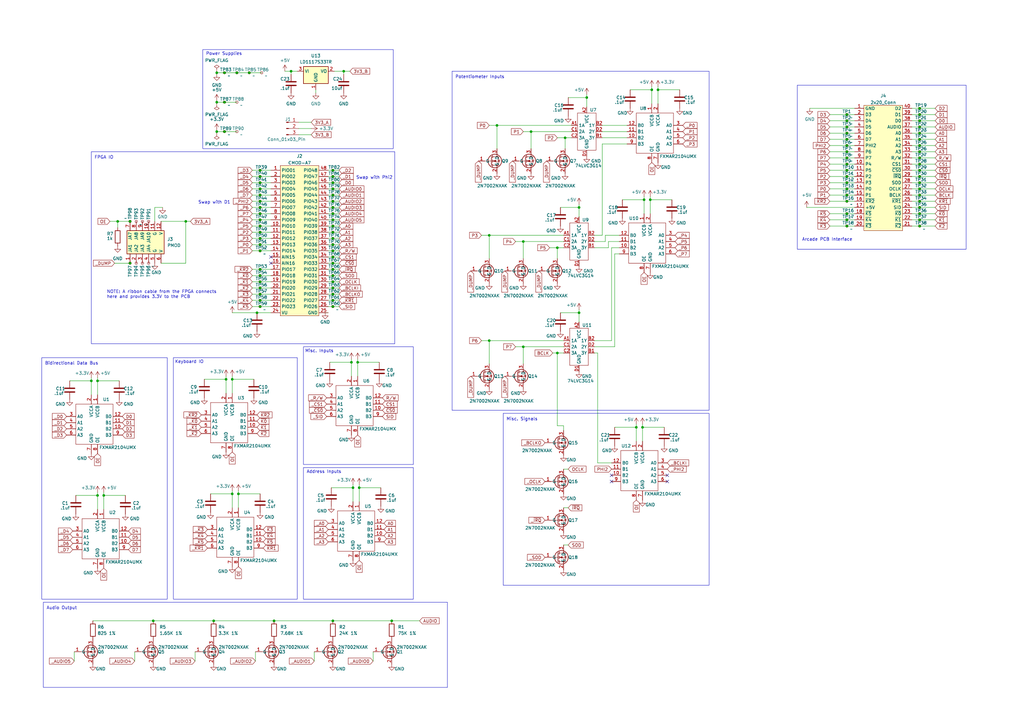
<source format=kicad_sch>
(kicad_sch (version 20230121) (generator eeschema)
  (paper "A3")
  (junction (at 237.49 85.09))
  (junction (at 347.345 82.55))
  (junction (at 92.71 155.575))
  (junction (at 106.68 80.01))
  (junction (at 106.68 74.93))
  (junction (at 347.345 52.07))
  (junction (at 136.525 115.57))
  (junction (at 106.68 95.25))
  (junction (at 231.775 56.515))
  (junction (at 136.525 85.09))
  (junction (at 377.19 80.01))
  (junction (at 106.68 72.39))
  (junction (at 260.985 175.26))
  (junction (at 377.19 54.61))
  (junction (at 347.345 54.61))
  (junction (at 136.525 87.63))
  (junction (at 347.345 74.93))
  (junction (at 136.525 113.03))
  (junction (at 136.525 90.17))
  (junction (at 267.335 36.83))
  (junction (at 106.68 85.09))
  (junction (at 136.525 74.93))
  (junction (at 106.68 123.19))
  (junction (at 106.68 115.57))
  (junction (at 347.345 67.31))
  (junction (at 136.525 102.87))
  (junction (at 377.19 52.07))
  (junction (at 106.68 113.03))
  (junction (at 228.6 101.6))
  (junction (at 53.34 90.805))
  (junction (at 136.525 82.55))
  (junction (at 266.7 81.915))
  (junction (at 347.345 72.39))
  (junction (at 377.19 57.15))
  (junction (at 112.395 254.635))
  (junction (at 136.525 105.41))
  (junction (at 377.19 92.71))
  (junction (at 105.41 128.27))
  (junction (at 92.075 41.91))
  (junction (at 136.525 69.85))
  (junction (at 97.155 29.845))
  (junction (at 377.19 74.93))
  (junction (at 347.345 59.69))
  (junction (at 147.32 200.025))
  (junction (at 240.665 40.005))
  (junction (at 377.19 85.09))
  (junction (at 377.19 87.63))
  (junction (at 140.97 29.21))
  (junction (at 200.66 139.7))
  (junction (at 37.465 156.21))
  (junction (at 347.345 69.85))
  (junction (at 106.68 110.49))
  (junction (at 237.49 128.27))
  (junction (at 377.19 46.99))
  (junction (at 48.26 90.805))
  (junction (at 106.68 102.87))
  (junction (at 106.68 125.73))
  (junction (at 136.525 254.635))
  (junction (at 377.19 44.45))
  (junction (at 214.63 142.24))
  (junction (at 377.19 82.55))
  (junction (at 88.9 29.845))
  (junction (at 136.525 125.73))
  (junction (at 136.525 110.49))
  (junction (at 40.005 156.21))
  (junction (at 106.68 92.71))
  (junction (at 106.68 97.79))
  (junction (at 347.345 92.71))
  (junction (at 106.68 118.11))
  (junction (at 136.525 118.11))
  (junction (at 377.19 49.53))
  (junction (at 377.19 67.31))
  (junction (at 347.345 77.47))
  (junction (at 217.805 53.975))
  (junction (at 347.345 80.01))
  (junction (at 106.68 77.47))
  (junction (at 377.19 77.47))
  (junction (at 106.68 87.63))
  (junction (at 347.345 49.53))
  (junction (at 102.235 29.845))
  (junction (at 263.525 175.26))
  (junction (at 347.345 57.15))
  (junction (at 92.075 53.975))
  (junction (at 42.545 203.2))
  (junction (at 92.075 29.845))
  (junction (at 87.63 254.635))
  (junction (at 97.79 202.565))
  (junction (at 119.38 29.21))
  (junction (at 95.25 202.565))
  (junction (at 88.9 41.91))
  (junction (at 136.525 107.95))
  (junction (at 136.525 120.65))
  (junction (at 136.525 80.01))
  (junction (at 106.68 90.17))
  (junction (at 136.525 77.47))
  (junction (at 53.34 107.95))
  (junction (at 136.525 72.39))
  (junction (at 62.865 254.635))
  (junction (at 136.525 123.19))
  (junction (at 347.345 87.63))
  (junction (at 203.835 51.435))
  (junction (at 377.19 62.23))
  (junction (at 106.68 69.85))
  (junction (at 136.525 97.79))
  (junction (at 377.19 59.69))
  (junction (at 347.345 90.17))
  (junction (at 106.68 120.65))
  (junction (at 377.19 69.85))
  (junction (at 160.655 254.635))
  (junction (at 264.16 81.915))
  (junction (at 95.25 155.575))
  (junction (at 106.68 100.33))
  (junction (at 106.68 82.55))
  (junction (at 144.145 148.59))
  (junction (at 347.345 46.99))
  (junction (at 40.005 203.2))
  (junction (at 214.63 99.06))
  (junction (at 269.875 36.83))
  (junction (at 228.6 144.78))
  (junction (at 136.525 92.71))
  (junction (at 377.19 64.77))
  (junction (at 377.19 90.17))
  (junction (at 76.2 90.805))
  (junction (at 136.525 95.25))
  (junction (at 136.525 100.33))
  (junction (at 144.78 200.025))
  (junction (at 200.66 96.52))
  (junction (at 347.345 64.77))
  (junction (at 347.345 62.23))
  (junction (at 88.9 53.975))
  (junction (at 146.685 148.59))
  (junction (at 377.19 72.39))
  (no_connect (at 250.825 194.945))
  (no_connect (at 250.825 197.485))
  (no_connect (at 111.125 105.41))
  (no_connect (at 111.125 107.95))
  (no_connect (at 273.685 197.485))
  (no_connect (at 273.685 194.945))
  (wire (pts (xy 377.19 82.55) (xy 383.54 82.55)))
  (wire (pts (xy 197.485 139.7) (xy 200.66 139.7)))
  (wire (pts (xy 234.315 51.435) (xy 203.835 51.435)))
  (wire (pts (xy 134.62 128.27) (xy 133.35 128.27)))
  (wire (pts (xy 88.9 41.91) (xy 92.075 41.91)))
  (wire (pts (xy 134.62 74.93) (xy 136.525 74.93)))
  (wire (pts (xy 347.345 69.85) (xy 350.52 69.85)))
  (wire (pts (xy 228.6 144.78) (xy 231.14 144.78)))
  (wire (pts (xy 38.1 254.635) (xy 62.865 254.635)))
  (wire (pts (xy 106.68 102.87) (xy 111.125 102.87)))
  (wire (pts (xy 136.525 95.25) (xy 139.065 95.25)))
  (wire (pts (xy 249.555 101.6) (xy 249.555 99.06)))
  (wire (pts (xy 88.9 41.91) (xy 88.9 41.275)))
  (wire (pts (xy 92.075 41.91) (xy 97.155 41.91)))
  (wire (pts (xy 228.6 101.6) (xy 228.6 106.045)))
  (wire (pts (xy 243.84 96.52) (xy 247.015 96.52)))
  (wire (pts (xy 106.68 92.71) (xy 111.125 92.71)))
  (wire (pts (xy 103.505 90.17) (xy 106.68 90.17)))
  (wire (pts (xy 134.62 85.09) (xy 136.525 85.09)))
  (wire (pts (xy 136.525 80.01) (xy 139.065 80.01)))
  (wire (pts (xy 266.7 80.645) (xy 266.7 81.915)))
  (wire (pts (xy 103.505 74.93) (xy 106.68 74.93)))
  (wire (pts (xy 347.345 67.31) (xy 350.52 67.31)))
  (wire (pts (xy 377.19 62.23) (xy 383.54 62.23)))
  (wire (pts (xy 134.62 118.11) (xy 136.525 118.11)))
  (wire (pts (xy 250.825 189.865) (xy 245.11 189.865)))
  (wire (pts (xy 340.36 72.39) (xy 347.345 72.39)))
  (wire (pts (xy 112.395 254.635) (xy 136.525 254.635)))
  (wire (pts (xy 30.48 267.335) (xy 30.48 271.145)))
  (wire (pts (xy 231.14 192.405) (xy 233.045 192.405)))
  (wire (pts (xy 374.015 64.77) (xy 377.19 64.77)))
  (wire (pts (xy 140.97 29.21) (xy 143.51 29.21)))
  (wire (pts (xy 103.505 102.87) (xy 106.68 102.87)))
  (wire (pts (xy 374.015 87.63) (xy 377.19 87.63)))
  (wire (pts (xy 211.455 99.06) (xy 214.63 99.06)))
  (wire (pts (xy 40.005 201.93) (xy 40.005 203.2)))
  (wire (pts (xy 103.505 113.03) (xy 106.68 113.03)))
  (wire (pts (xy 95.25 155.575) (xy 104.14 155.575)))
  (wire (pts (xy 377.19 54.61) (xy 383.54 54.61)))
  (wire (pts (xy 374.015 62.23) (xy 377.19 62.23)))
  (wire (pts (xy 134.62 92.71) (xy 136.525 92.71)))
  (wire (pts (xy 106.68 113.03) (xy 111.125 113.03)))
  (wire (pts (xy 92.71 154.305) (xy 92.71 155.575)))
  (wire (pts (xy 135.89 200.025) (xy 144.78 200.025)))
  (wire (pts (xy 144.78 200.025) (xy 144.78 205.74)))
  (wire (pts (xy 347.345 92.71) (xy 350.52 92.71)))
  (wire (pts (xy 136.525 118.11) (xy 139.065 118.11)))
  (wire (pts (xy 146.685 148.59) (xy 155.575 148.59)))
  (wire (pts (xy 134.62 90.17) (xy 136.525 90.17)))
  (wire (pts (xy 147.32 198.755) (xy 147.32 200.025)))
  (wire (pts (xy 237.49 128.27) (xy 237.49 132.08)))
  (wire (pts (xy 46.99 107.95) (xy 53.34 107.95)))
  (wire (pts (xy 160.655 254.635) (xy 172.085 254.635)))
  (wire (pts (xy 103.505 118.11) (xy 106.68 118.11)))
  (wire (pts (xy 134.62 77.47) (xy 136.525 77.47)))
  (wire (pts (xy 340.36 82.55) (xy 347.345 82.55)))
  (wire (pts (xy 252.095 142.24) (xy 243.84 142.24)))
  (wire (pts (xy 374.015 92.71) (xy 377.19 92.71)))
  (wire (pts (xy 136.525 100.33) (xy 139.065 100.33)))
  (wire (pts (xy 144.78 198.755) (xy 144.78 200.025)))
  (wire (pts (xy 136.525 102.87) (xy 139.065 102.87)))
  (wire (pts (xy 377.19 77.47) (xy 383.54 77.47)))
  (wire (pts (xy 377.19 57.15) (xy 383.54 57.15)))
  (wire (pts (xy 340.36 46.99) (xy 347.345 46.99)))
  (wire (pts (xy 144.145 148.59) (xy 144.145 154.305)))
  (wire (pts (xy 340.36 90.17) (xy 347.345 90.17)))
  (wire (pts (xy 237.49 85.09) (xy 237.49 88.9)))
  (wire (pts (xy 269.875 35.56) (xy 269.875 36.83)))
  (wire (pts (xy 340.36 67.31) (xy 347.345 67.31)))
  (wire (pts (xy 237.49 127) (xy 237.49 128.27)))
  (wire (pts (xy 374.015 67.31) (xy 377.19 67.31)))
  (wire (pts (xy 211.455 142.24) (xy 214.63 142.24)))
  (wire (pts (xy 233.045 40.005) (xy 240.665 40.005)))
  (wire (pts (xy 374.015 59.69) (xy 377.19 59.69)))
  (wire (pts (xy 136.525 82.55) (xy 139.065 82.55)))
  (wire (pts (xy 247.015 59.055) (xy 257.175 59.055)))
  (wire (pts (xy 250.825 101.6) (xy 250.825 139.7)))
  (wire (pts (xy 340.36 92.71) (xy 347.345 92.71)))
  (wire (pts (xy 250.825 139.7) (xy 243.84 139.7)))
  (wire (pts (xy 264.16 80.645) (xy 264.16 81.915)))
  (wire (pts (xy 214.63 99.06) (xy 214.63 106.045)))
  (wire (pts (xy 144.145 147.32) (xy 144.145 148.59)))
  (wire (pts (xy 340.36 74.93) (xy 347.345 74.93)))
  (wire (pts (xy 135.255 148.59) (xy 144.145 148.59)))
  (wire (pts (xy 374.015 90.17) (xy 377.19 90.17)))
  (wire (pts (xy 134.62 82.55) (xy 136.525 82.55)))
  (wire (pts (xy 128.905 267.335) (xy 128.905 271.145)))
  (wire (pts (xy 134.62 115.57) (xy 136.525 115.57)))
  (wire (pts (xy 40.005 154.94) (xy 40.005 156.21)))
  (wire (pts (xy 260.985 175.26) (xy 260.985 180.975)))
  (wire (pts (xy 88.9 53.975) (xy 92.075 53.975)))
  (wire (pts (xy 225.425 101.6) (xy 228.6 101.6)))
  (wire (pts (xy 200.66 96.52) (xy 200.66 106.045)))
  (wire (pts (xy 229.87 85.09) (xy 237.49 85.09)))
  (wire (pts (xy 134.62 102.87) (xy 136.525 102.87)))
  (wire (pts (xy 103.505 85.09) (xy 106.68 85.09)))
  (wire (pts (xy 104.775 267.335) (xy 104.775 271.145)))
  (wire (pts (xy 76.2 90.805) (xy 78.105 90.805)))
  (wire (pts (xy 83.82 155.575) (xy 92.71 155.575)))
  (wire (pts (xy 203.835 51.435) (xy 203.835 60.96)))
  (wire (pts (xy 103.505 100.33) (xy 106.68 100.33)))
  (wire (pts (xy 147.32 200.025) (xy 147.32 205.74)))
  (wire (pts (xy 377.19 49.53) (xy 383.54 49.53)))
  (wire (pts (xy 134.62 80.01) (xy 136.525 80.01)))
  (wire (pts (xy 231.775 56.515) (xy 231.775 60.96)))
  (wire (pts (xy 140.97 29.21) (xy 140.97 30.48)))
  (wire (pts (xy 97.79 202.565) (xy 106.68 202.565)))
  (wire (pts (xy 374.015 49.53) (xy 377.19 49.53)))
  (wire (pts (xy 106.68 87.63) (xy 111.125 87.63)))
  (wire (pts (xy 97.155 29.845) (xy 102.235 29.845)))
  (wire (pts (xy 136.525 120.65) (xy 139.065 120.65)))
  (wire (pts (xy 103.505 97.79) (xy 106.68 97.79)))
  (wire (pts (xy 247.015 56.515) (xy 257.175 56.515)))
  (wire (pts (xy 340.36 69.85) (xy 347.345 69.85)))
  (wire (pts (xy 103.505 92.71) (xy 106.68 92.71)))
  (wire (pts (xy 95.25 201.295) (xy 95.25 202.565)))
  (wire (pts (xy 136.525 74.93) (xy 139.065 74.93)))
  (wire (pts (xy 40.005 156.21) (xy 40.005 161.925)))
  (wire (pts (xy 88.9 54.61) (xy 88.9 53.975)))
  (wire (pts (xy 106.68 82.55) (xy 111.125 82.55)))
  (wire (pts (xy 106.68 118.11) (xy 111.125 118.11)))
  (wire (pts (xy 106.68 85.09) (xy 111.125 85.09)))
  (wire (pts (xy 136.525 125.73) (xy 139.065 125.73)))
  (wire (pts (xy 42.545 201.93) (xy 42.545 203.2)))
  (wire (pts (xy 97.79 202.565) (xy 97.79 208.28)))
  (wire (pts (xy 377.19 67.31) (xy 383.54 67.31)))
  (wire (pts (xy 374.015 69.85) (xy 377.19 69.85)))
  (wire (pts (xy 80.01 267.335) (xy 80.01 271.145)))
  (wire (pts (xy 228.6 174.625) (xy 231.14 174.625)))
  (wire (pts (xy 347.345 59.69) (xy 350.52 59.69)))
  (wire (pts (xy 136.525 87.63) (xy 139.065 87.63)))
  (wire (pts (xy 95.25 154.305) (xy 95.25 155.575)))
  (wire (pts (xy 88.9 29.845) (xy 92.075 29.845)))
  (wire (pts (xy 264.16 81.915) (xy 264.16 87.63)))
  (wire (pts (xy 103.505 82.55) (xy 106.68 82.55)))
  (wire (pts (xy 231.14 142.24) (xy 214.63 142.24)))
  (wire (pts (xy 97.79 201.295) (xy 97.79 202.565)))
  (wire (pts (xy 153.035 267.335) (xy 153.035 271.145)))
  (wire (pts (xy 374.015 54.61) (xy 377.19 54.61)))
  (wire (pts (xy 245.11 144.78) (xy 243.84 144.78)))
  (wire (pts (xy 340.36 87.63) (xy 347.345 87.63)))
  (wire (pts (xy 134.62 105.41) (xy 136.525 105.41)))
  (wire (pts (xy 347.345 82.55) (xy 350.52 82.55)))
  (wire (pts (xy 248.285 99.06) (xy 248.285 96.52)))
  (wire (pts (xy 103.505 125.73) (xy 106.68 125.73)))
  (wire (pts (xy 200.66 51.435) (xy 203.835 51.435)))
  (wire (pts (xy 136.525 123.19) (xy 139.065 123.19)))
  (wire (pts (xy 129.54 38.1) (xy 129.54 36.83)))
  (wire (pts (xy 136.525 77.47) (xy 139.065 77.47)))
  (wire (pts (xy 200.66 139.7) (xy 200.66 149.225)))
  (wire (pts (xy 377.19 80.01) (xy 383.54 80.01)))
  (wire (pts (xy 347.345 54.61) (xy 350.52 54.61)))
  (wire (pts (xy 347.345 87.63) (xy 350.52 87.63)))
  (wire (pts (xy 106.68 95.25) (xy 111.125 95.25)))
  (wire (pts (xy 136.525 85.09) (xy 139.065 85.09)))
  (wire (pts (xy 258.445 36.83) (xy 267.335 36.83)))
  (wire (pts (xy 377.19 87.63) (xy 383.54 87.63)))
  (wire (pts (xy 146.685 147.32) (xy 146.685 148.59)))
  (wire (pts (xy 134.62 125.73) (xy 136.525 125.73)))
  (wire (pts (xy 340.36 49.53) (xy 347.345 49.53)))
  (wire (pts (xy 127.635 55.245) (xy 122.555 55.245)))
  (wire (pts (xy 136.525 115.57) (xy 139.065 115.57)))
  (wire (pts (xy 340.36 52.07) (xy 347.345 52.07)))
  (wire (pts (xy 231.14 96.52) (xy 200.66 96.52)))
  (wire (pts (xy 92.075 29.845) (xy 97.155 29.845)))
  (wire (pts (xy 106.68 74.93) (xy 111.125 74.93)))
  (wire (pts (xy 134.62 110.49) (xy 136.525 110.49)))
  (wire (pts (xy 40.005 203.2) (xy 40.005 208.915)))
  (wire (pts (xy 136.525 97.79) (xy 139.065 97.79)))
  (wire (pts (xy 136.525 113.03) (xy 139.065 113.03)))
  (wire (pts (xy 134.62 113.03) (xy 136.525 113.03)))
  (wire (pts (xy 340.36 62.23) (xy 347.345 62.23)))
  (wire (pts (xy 231.14 174.625) (xy 231.14 176.53)))
  (wire (pts (xy 42.545 203.2) (xy 42.545 208.915)))
  (wire (pts (xy 374.015 72.39) (xy 377.19 72.39)))
  (wire (pts (xy 86.36 202.565) (xy 95.25 202.565)))
  (wire (pts (xy 37.465 154.94) (xy 37.465 156.21)))
  (wire (pts (xy 134.62 72.39) (xy 136.525 72.39)))
  (wire (pts (xy 340.36 57.15) (xy 347.345 57.15)))
  (wire (pts (xy 377.19 72.39) (xy 383.54 72.39)))
  (wire (pts (xy 374.015 85.09) (xy 377.19 85.09)))
  (wire (pts (xy 88.9 53.975) (xy 88.9 53.34)))
  (wire (pts (xy 245.11 144.78) (xy 245.11 189.865)))
  (wire (pts (xy 197.485 96.52) (xy 200.66 96.52)))
  (wire (pts (xy 374.015 57.15) (xy 377.19 57.15)))
  (wire (pts (xy 374.015 77.47) (xy 377.19 77.47)))
  (wire (pts (xy 134.62 100.33) (xy 136.525 100.33)))
  (wire (pts (xy 247.015 53.975) (xy 257.175 53.975)))
  (wire (pts (xy 234.315 53.975) (xy 217.805 53.975)))
  (wire (pts (xy 234.315 56.515) (xy 231.775 56.515)))
  (wire (pts (xy 254 104.14) (xy 252.095 104.14)))
  (wire (pts (xy 136.525 107.95) (xy 139.065 107.95)))
  (wire (pts (xy 347.345 49.53) (xy 350.52 49.53)))
  (wire (pts (xy 106.68 123.19) (xy 111.125 123.19)))
  (wire (pts (xy 377.19 74.93) (xy 383.54 74.93)))
  (wire (pts (xy 106.68 77.47) (xy 111.125 77.47)))
  (wire (pts (xy 136.525 92.71) (xy 139.065 92.71)))
  (wire (pts (xy 374.015 82.55) (xy 377.19 82.55)))
  (wire (pts (xy 95.25 202.565) (xy 95.25 208.28)))
  (wire (pts (xy 127.635 52.705) (xy 122.555 52.705)))
  (wire (pts (xy 42.545 203.2) (xy 51.435 203.2)))
  (wire (pts (xy 237.49 83.82) (xy 237.49 85.09)))
  (wire (pts (xy 377.19 46.99) (xy 383.54 46.99)))
  (wire (pts (xy 106.68 90.17) (xy 111.125 90.17)))
  (wire (pts (xy 374.015 52.07) (xy 377.19 52.07)))
  (wire (pts (xy 103.505 77.47) (xy 106.68 77.47)))
  (wire (pts (xy 340.36 77.47) (xy 347.345 77.47)))
  (wire (pts (xy 106.68 100.33) (xy 111.125 100.33)))
  (wire (pts (xy 103.505 110.49) (xy 106.68 110.49)))
  (wire (pts (xy 103.505 69.85) (xy 106.68 69.85)))
  (wire (pts (xy 332.105 44.45) (xy 350.52 44.45)))
  (wire (pts (xy 266.7 81.915) (xy 275.59 81.915)))
  (wire (pts (xy 55.245 267.335) (xy 55.245 271.145)))
  (wire (pts (xy 136.525 105.41) (xy 139.065 105.41)))
  (wire (pts (xy 374.015 44.45) (xy 377.19 44.45)))
  (wire (pts (xy 248.285 96.52) (xy 254 96.52)))
  (wire (pts (xy 92.71 155.575) (xy 92.71 161.29)))
  (wire (pts (xy 252.095 104.14) (xy 252.095 142.24)))
  (wire (pts (xy 116.84 29.21) (xy 119.38 29.21)))
  (wire (pts (xy 231.14 101.6) (xy 228.6 101.6)))
  (wire (pts (xy 347.345 90.17) (xy 350.52 90.17)))
  (wire (pts (xy 63.5 85.09) (xy 63.5 90.805)))
  (wire (pts (xy 240.665 38.735) (xy 240.665 40.005)))
  (wire (pts (xy 48.26 90.805) (xy 48.26 93.345)))
  (wire (pts (xy 231.14 208.28) (xy 233.045 208.28)))
  (wire (pts (xy 374.015 46.99) (xy 377.19 46.99)))
  (wire (pts (xy 340.36 80.01) (xy 347.345 80.01)))
  (wire (pts (xy 263.525 175.26) (xy 263.525 180.975)))
  (wire (pts (xy 347.345 80.01) (xy 350.52 80.01)))
  (wire (pts (xy 377.19 85.09) (xy 383.54 85.09)))
  (wire (pts (xy 95.25 155.575) (xy 95.25 161.29)))
  (wire (pts (xy 228.6 56.515) (xy 231.775 56.515)))
  (wire (pts (xy 247.015 51.435) (xy 257.175 51.435)))
  (wire (pts (xy 214.63 53.975) (xy 217.805 53.975)))
  (wire (pts (xy 40.005 156.21) (xy 48.895 156.21)))
  (wire (pts (xy 229.87 128.27) (xy 237.49 128.27)))
  (wire (pts (xy 76.2 107.95) (xy 76.2 90.805)))
  (wire (pts (xy 147.32 200.025) (xy 156.21 200.025)))
  (wire (pts (xy 347.345 74.93) (xy 350.52 74.93)))
  (wire (pts (xy 127.635 50.165) (xy 122.555 50.165)))
  (wire (pts (xy 92.075 53.975) (xy 97.155 53.975)))
  (wire (pts (xy 106.68 110.49) (xy 111.125 110.49)))
  (wire (pts (xy 134.62 120.65) (xy 136.525 120.65)))
  (wire (pts (xy 136.525 90.17) (xy 139.065 90.17)))
  (wire (pts (xy 102.235 29.845) (xy 107.315 29.845)))
  (wire (pts (xy 347.345 64.77) (xy 350.52 64.77)))
  (wire (pts (xy 103.505 123.19) (xy 106.68 123.19)))
  (wire (pts (xy 134.62 95.25) (xy 136.525 95.25)))
  (wire (pts (xy 136.525 110.49) (xy 139.065 110.49)))
  (wire (pts (xy 269.875 36.83) (xy 278.765 36.83)))
  (wire (pts (xy 240.665 40.005) (xy 240.665 43.815)))
  (wire (pts (xy 267.335 35.56) (xy 267.335 36.83)))
  (wire (pts (xy 136.525 69.85) (xy 139.065 69.85)))
  (wire (pts (xy 267.335 36.83) (xy 267.335 42.545)))
  (wire (pts (xy 103.505 72.39) (xy 106.68 72.39)))
  (wire (pts (xy 66.04 90.805) (xy 76.2 90.805)))
  (wire (pts (xy 377.19 52.07) (xy 383.54 52.07)))
  (wire (pts (xy 134.62 69.85) (xy 136.525 69.85)))
  (wire (pts (xy 119.38 29.21) (xy 119.38 30.48)))
  (wire (pts (xy 146.685 148.59) (xy 146.685 154.305)))
  (wire (pts (xy 66.04 107.95) (xy 76.2 107.95)))
  (wire (pts (xy 340.36 54.61) (xy 347.345 54.61)))
  (wire (pts (xy 103.505 95.25) (xy 106.68 95.25)))
  (wire (pts (xy 214.63 142.24) (xy 214.63 149.225)))
  (wire (pts (xy 377.19 90.17) (xy 383.54 90.17)))
  (wire (pts (xy 88.9 29.845) (xy 88.9 29.21)))
  (wire (pts (xy 228.6 144.78) (xy 228.6 174.625)))
  (wire (pts (xy 95.25 128.27) (xy 105.41 128.27)))
  (wire (pts (xy 106.68 125.73) (xy 111.125 125.73)))
  (wire (pts (xy 226.695 144.78) (xy 228.6 144.78)))
  (wire (pts (xy 347.345 52.07) (xy 350.52 52.07)))
  (wire (pts (xy 249.555 99.06) (xy 254 99.06)))
  (wire (pts (xy 31.115 203.2) (xy 40.005 203.2)))
  (wire (pts (xy 106.68 80.01) (xy 111.125 80.01)))
  (wire (pts (xy 254 101.6) (xy 250.825 101.6)))
  (wire (pts (xy 252.095 175.26) (xy 260.985 175.26)))
  (wire (pts (xy 45.085 90.805) (xy 48.26 90.805)))
  (wire (pts (xy 340.36 59.69) (xy 347.345 59.69)))
  (wire (pts (xy 377.19 64.77) (xy 383.54 64.77)))
  (wire (pts (xy 134.62 107.95) (xy 136.525 107.95)))
  (wire (pts (xy 347.345 62.23) (xy 350.52 62.23)))
  (wire (pts (xy 63.5 85.09) (xy 66.675 85.09)))
  (wire (pts (xy 37.465 156.21) (xy 37.465 161.925)))
  (wire (pts (xy 103.505 87.63) (xy 106.68 87.63)))
  (wire (pts (xy 105.41 128.27) (xy 111.125 128.27)))
  (wire (pts (xy 106.68 69.85) (xy 111.125 69.85)))
  (wire (pts (xy 255.27 81.915) (xy 264.16 81.915)))
  (wire (pts (xy 134.62 87.63) (xy 136.525 87.63)))
  (wire (pts (xy 103.505 80.01) (xy 106.68 80.01)))
  (wire (pts (xy 48.26 90.805) (xy 53.34 90.805)))
  (wire (pts (xy 106.68 115.57) (xy 111.125 115.57)))
  (wire (pts (xy 87.63 254.635) (xy 112.395 254.635)))
  (wire (pts (xy 137.16 29.21) (xy 140.97 29.21)))
  (wire (pts (xy 136.525 72.39) (xy 139.065 72.39)))
  (wire (pts (xy 88.9 42.545) (xy 88.9 41.91)))
  (wire (pts (xy 347.345 72.39) (xy 350.52 72.39)))
  (wire (pts (xy 347.345 77.47) (xy 350.52 77.47)))
  (wire (pts (xy 374.015 80.01) (xy 377.19 80.01)))
  (wire (pts (xy 103.505 120.65) (xy 106.68 120.65)))
  (wire (pts (xy 106.68 97.79) (xy 111.125 97.79)))
  (wire (pts (xy 136.525 254.635) (xy 160.655 254.635)))
  (wire (pts (xy 377.19 59.69) (xy 383.54 59.69)))
  (wire (pts (xy 231.14 139.7) (xy 200.66 139.7)))
  (wire (pts (xy 374.015 74.93) (xy 377.19 74.93)))
  (wire (pts (xy 377.19 44.45) (xy 383.54 44.45)))
  (wire (pts (xy 231.14 223.52) (xy 233.045 223.52)))
  (wire (pts (xy 266.7 81.915) (xy 266.7 87.63)))
  (wire (pts (xy 377.19 92.71) (xy 383.54 92.71)))
  (wire (pts (xy 103.505 115.57) (xy 106.68 115.57)))
  (wire (pts (xy 62.865 254.635) (xy 87.63 254.635)))
  (wire (pts (xy 263.525 175.26) (xy 272.415 175.26)))
  (wire (pts (xy 243.84 101.6) (xy 249.555 101.6)))
  (wire (pts (xy 347.345 57.15) (xy 350.52 57.15)))
  (wire (pts (xy 330.835 85.09) (xy 350.52 85.09)))
  (wire (pts (xy 106.68 120.65) (xy 111.125 120.65)))
  (wire (pts (xy 263.525 173.99) (xy 263.525 175.26)))
  (wire (pts (xy 134.62 97.79) (xy 136.525 97.79)))
  (wire (pts (xy 247.015 96.52) (xy 247.015 59.055)))
  (wire (pts (xy 260.985 173.99) (xy 260.985 175.26)))
  (wire (pts (xy 269.875 36.83) (xy 269.875 42.545)))
  (wire (pts (xy 119.38 29.21) (xy 121.92 29.21)))
  (wire (pts (xy 243.84 99.06) (xy 248.285 99.06)))
  (wire (pts (xy 88.9 30.48) (xy 88.9 29.845)))
  (wire (pts (xy 134.62 123.19) (xy 136.525 123.19)))
  (wire (pts (xy 347.345 46.99) (xy 350.52 46.99)))
  (wire (pts (xy 217.805 53.975) (xy 217.805 60.96)))
  (wire (pts (xy 231.14 99.06) (xy 214.63 99.06)))
  (wire (pts (xy 106.68 72.39) (xy 111.125 72.39)))
  (wire (pts (xy 377.19 69.85) (xy 383.54 69.85)))
  (wire (pts (xy 340.36 64.77) (xy 347.345 64.77)))
  (wire (pts (xy 28.575 156.21) (xy 37.465 156.21)))
  (rectangle (start 83.185 20.32) (end 161.29 60.96))
  (rectangle (start 327.025 34.925) (end 396.24 102.235))
  (rectangle (start 206.375 169.545) (end 290.83 240.03))
  (rectangle (start 37.465 62.23) (end 161.925 140.97))
  (rectangle (start 17.145 146.685) (end 68.58 245.745))
  (rectangle (start 124.46 191.77) (end 169.545 245.745))
  (rectangle (start 71.12 146.685) (end 121.92 245.745))
  (rectangle (start 185.42 29.21) (end 290.83 168.275))
  (rectangle (start 124.46 142.24) (end 169.545 190.5))
  (rectangle (start 17.78 247.015) (end 183.515 281.94))
  (text "Arcade PCB Interface" (at 328.93 99.06 0) (effects (font (size 1.27 1.27)) (justify left bottom)))
  (text "Bidirectional Data Bus" (at 18.415 149.86 0) (effects (font (size 1.27 1.27)) (justify left bottom)))
  (text "Address Inputs" (at 125.73 194.31 0) (effects (font (size 1.27 1.27)) (justify left bottom)))
  (text "Misc. Signals" (at 207.645 172.72 0) (effects (font (size 1.27 1.27)) (justify left bottom)))
  (text "Potentiometer Inputs" (at 186.69 32.385 0) (effects (font (size 1.27 1.27)) (justify left bottom)))
  (text "Misc. Inputs" (at 125.095 144.78 0) (effects (font (size 1.27 1.27)) (justify left bottom)))
  (text "Keyboard IO" (at 71.755 149.225 0) (effects (font (size 1.27 1.27)) (justify left bottom)))
  (text "FPGA IO" (at 38.735 65.405 0) (effects (font (size 1.27 1.27)) (justify left bottom)))
  (text "Swap with D1" (at 81.28 83.82 0) (effects (font (size 1.27 1.27)) (justify left bottom)))
  (text "NOTE: A ribbon cable from the FPGA connects\nhere and provides 3.3V to the PCB" (at 43.815 122.555 0) (effects (font (size 1.27 1.27)) (justify left bottom)))
  (text "Audio Output" (at 19.05 250.19 0) (effects (font (size 1.27 1.27)) (justify left bottom)))
  (text "Swap with Phi2" (at 146.05 73.66 0) (effects (font (size 1.27 1.27)) (justify left bottom)))
  (text "Power Supplies" (at 84.455 22.86 0) (effects (font (size 1.27 1.27)) (justify left bottom)))
  (global_label "_P5" (shape input) (at 276.86 99.06 0) (property "Intersheetrefs" "${INTERSHEET_REFS}" (effects hide)))
  (global_label "_P4" (shape input) (at 276.86 96.52 0) (property "Intersheetrefs" "${INTERSHEET_REFS}" (effects hide)))
  (global_label "P1" (shape input) (at 214.63 53.975 180) (property "Intersheetrefs" "${INTERSHEET_REFS}" (effects hide)))
  (global_label "~{K1}" (shape input) (at 383.54 90.17 0) (property "Intersheetrefs" "${INTERSHEET_REFS}" (effects hide)))
  (global_label "~{K0}" (shape input) (at 383.54 87.63 0) (property "Intersheetrefs" "${INTERSHEET_REFS}" (effects hide)))
  (global_label "P4" (shape input) (at 340.36 67.31 180) (property "Intersheetrefs" "${INTERSHEET_REFS}" (effects hide)))
  (global_label "_BCLKO" (shape input) (at 139.065 120.65 0) (property "Intersheetrefs" "${INTERSHEET_REFS}" (effects hide)))
  (global_label "_A3" (shape input) (at 134.62 222.25 180) (property "Intersheetrefs" "${INTERSHEET_REFS}" (effects hide)))
  (global_label "_AUDIO3" (shape input) (at 80.01 271.145 180) (property "Intersheetrefs" "${INTERSHEET_REFS}" (effects hide)))
  (global_label "OE" (shape input) (at 264.16 111.76 270) (property "Intersheetrefs" "${INTERSHEET_REFS}" (effects hide)))
  (global_label "_P1" (shape input) (at 280.035 53.975 0) (property "Intersheetrefs" "${INTERSHEET_REFS}" (effects hide)))
  (global_label "_D1" (shape input) (at 139.065 72.39 0) (property "Intersheetrefs" "${INTERSHEET_REFS}" (effects hide)))
  (global_label "_D7" (shape input) (at 29.845 225.425 180) (property "Intersheetrefs" "${INTERSHEET_REFS}" (effects hide)))
  (global_label "P1" (shape input) (at 340.36 80.01 180) (property "Intersheetrefs" "${INTERSHEET_REFS}" (effects hide)))
  (global_label "_~{KR2}" (shape input) (at 103.505 110.49 180) (property "Intersheetrefs" "${INTERSHEET_REFS}" (effects hide)))
  (global_label "_D7" (shape input) (at 103.505 80.01 180) (property "Intersheetrefs" "${INTERSHEET_REFS}" (effects hide)))
  (global_label "_~{IRQ}" (shape input) (at 223.52 213.36 180) (property "Intersheetrefs" "${INTERSHEET_REFS}" (effects hide)))
  (global_label "P4" (shape input) (at 211.455 99.06 180) (property "Intersheetrefs" "${INTERSHEET_REFS}" (effects hide)))
  (global_label "~{CS0}" (shape input) (at 383.54 69.85 0) (property "Intersheetrefs" "${INTERSHEET_REFS}" (effects hide)))
  (global_label "~{K2}" (shape input) (at 105.41 177.8 0) (property "Intersheetrefs" "${INTERSHEET_REFS}" (effects hide)))
  (global_label "_P6" (shape input) (at 103.505 85.09 180) (property "Intersheetrefs" "${INTERSHEET_REFS}" (effects hide)))
  (global_label "_D0" (shape input) (at 139.065 74.93 0) (property "Intersheetrefs" "${INTERSHEET_REFS}" (effects hide)))
  (global_label "_R{slash}W" (shape input) (at 133.985 163.195 180) (property "Intersheetrefs" "${INTERSHEET_REFS}" (effects hide)))
  (global_label "_DUMP" (shape input) (at 224.155 66.04 270) (property "Intersheetrefs" "${INTERSHEET_REFS}" (effects hide)))
  (global_label "_OCLK" (shape input) (at 223.52 197.485 180) (property "Intersheetrefs" "${INTERSHEET_REFS}" (effects hide)))
  (global_label "D6" (shape input) (at 52.705 222.885 0) (property "Intersheetrefs" "${INTERSHEET_REFS}" (effects hide)))
  (global_label "OE" (shape input) (at 45.085 90.805 180) (property "Intersheetrefs" "${INTERSHEET_REFS}" (effects hide)))
  (global_label "~{K4}" (shape input) (at 340.36 90.17 180) (property "Intersheetrefs" "${INTERSHEET_REFS}" (effects hide)))
  (global_label "_A1" (shape input) (at 134.62 217.17 180) (property "Intersheetrefs" "${INTERSHEET_REFS}" (effects hide)))
  (global_label "OE" (shape input) (at 40.005 186.055 270) (property "Intersheetrefs" "${INTERSHEET_REFS}" (effects hide)))
  (global_label "_~{K3}" (shape input) (at 85.09 217.17 180) (property "Intersheetrefs" "${INTERSHEET_REFS}" (effects hide)))
  (global_label "_P3" (shape input) (at 280.035 59.055 0) (property "Intersheetrefs" "${INTERSHEET_REFS}" (effects hide)))
  (global_label "D1" (shape input) (at 50.165 173.355 0) (property "Intersheetrefs" "${INTERSHEET_REFS}" (effects hide)))
  (global_label "~{IRQ}" (shape input) (at 233.045 208.28 0) (property "Intersheetrefs" "${INTERSHEET_REFS}" (effects hide)))
  (global_label "CS1" (shape input) (at 156.845 165.735 0) (property "Intersheetrefs" "${INTERSHEET_REFS}" (effects hide)))
  (global_label "_A0" (shape input) (at 139.065 92.71 0) (property "Intersheetrefs" "${INTERSHEET_REFS}" (effects hide)))
  (global_label "_~{K5}" (shape input) (at 85.09 222.25 180) (property "Intersheetrefs" "${INTERSHEET_REFS}" (effects hide)))
  (global_label "_P7" (shape input) (at 103.505 87.63 180) (property "Intersheetrefs" "${INTERSHEET_REFS}" (effects hide)))
  (global_label "P3" (shape input) (at 340.36 74.93 180) (property "Intersheetrefs" "${INTERSHEET_REFS}" (effects hide)))
  (global_label "_CS1" (shape input) (at 139.065 105.41 0) (property "Intersheetrefs" "${INTERSHEET_REFS}" (effects hide)))
  (global_label "~{K5}" (shape input) (at 340.36 87.63 180) (property "Intersheetrefs" "${INTERSHEET_REFS}" (effects hide)))
  (global_label "A1" (shape input) (at 383.54 57.15 0) (property "Intersheetrefs" "${INTERSHEET_REFS}" (effects hide)))
  (global_label "~{K4}" (shape input) (at 107.95 219.71 0) (property "Intersheetrefs" "${INTERSHEET_REFS}" (effects hide)))
  (global_label "P5" (shape input) (at 225.425 101.6 180) (property "Intersheetrefs" "${INTERSHEET_REFS}" (effects hide)))
  (global_label "_AUDIO0" (shape input) (at 153.035 271.145 180) (property "Intersheetrefs" "${INTERSHEET_REFS}" (effects hide)))
  (global_label "_P3" (shape input) (at 103.505 97.79 180) (property "Intersheetrefs" "${INTERSHEET_REFS}" (effects hide)))
  (global_label "_SOD" (shape input) (at 139.065 113.03 0) (property "Intersheetrefs" "${INTERSHEET_REFS}" (effects hide)))
  (global_label "_R{slash}W" (shape input) (at 139.065 102.87 0) (property "Intersheetrefs" "${INTERSHEET_REFS}" (effects hide)))
  (global_label "_DUMP" (shape input) (at 196.215 66.04 270) (property "Intersheetrefs" "${INTERSHEET_REFS}" (effects hide)))
  (global_label "OE" (shape input) (at 147.32 229.87 270) (property "Intersheetrefs" "${INTERSHEET_REFS}" (effects hide)))
  (global_label "D7" (shape input) (at 340.36 57.15 180) (property "Intersheetrefs" "${INTERSHEET_REFS}" (effects hide)))
  (global_label "~{K3}" (shape input) (at 107.95 217.17 0) (property "Intersheetrefs" "${INTERSHEET_REFS}" (effects hide)))
  (global_label "_~{KR2}" (shape input) (at 82.55 170.18 180) (property "Intersheetrefs" "${INTERSHEET_REFS}" (effects hide)))
  (global_label "_~{K4}" (shape input) (at 103.505 123.19 180) (property "Intersheetrefs" "${INTERSHEET_REFS}" (effects hide)))
  (global_label "_PHI2" (shape input) (at 273.685 192.405 0) (property "Intersheetrefs" "${INTERSHEET_REFS}" (effects hide)))
  (global_label "_P4" (shape input) (at 103.505 90.17 180) (property "Intersheetrefs" "${INTERSHEET_REFS}" (effects hide)))
  (global_label "A2" (shape input) (at 157.48 219.71 0) (property "Intersheetrefs" "${INTERSHEET_REFS}" (effects hide)))
  (global_label "_PHI2" (shape input) (at 103.505 82.55 180) (property "Intersheetrefs" "${INTERSHEET_REFS}" (effects hide)))
  (global_label "_P2" (shape input) (at 280.035 56.515 0) (property "Intersheetrefs" "${INTERSHEET_REFS}" (effects hide)))
  (global_label "_D2" (shape input) (at 27.305 175.895 180) (property "Intersheetrefs" "${INTERSHEET_REFS}" (effects hide)))
  (global_label "~{K2}" (shape input) (at 383.54 92.71 0) (property "Intersheetrefs" "${INTERSHEET_REFS}" (effects hide)))
  (global_label "_D2" (shape input) (at 139.065 69.85 0) (property "Intersheetrefs" "${INTERSHEET_REFS}" (effects hide)))
  (global_label "_~{K1}" (shape input) (at 103.505 115.57 180) (property "Intersheetrefs" "${INTERSHEET_REFS}" (effects hide)))
  (global_label "_DUMP" (shape input) (at 46.99 107.95 180) (property "Intersheetrefs" "${INTERSHEET_REFS}" (effects hide)))
  (global_label "_AUDIO3" (shape input) (at 139.065 85.09 0) (property "Intersheetrefs" "${INTERSHEET_REFS}" (effects hide)))
  (global_label "D5" (shape input) (at 340.36 52.07 180) (property "Intersheetrefs" "${INTERSHEET_REFS}" (effects hide)))
  (global_label "R{slash}W" (shape input) (at 383.54 64.77 0) (property "Intersheetrefs" "${INTERSHEET_REFS}" (effects hide)))
  (global_label "P7" (shape input) (at 211.455 142.24 180) (property "Intersheetrefs" "${INTERSHEET_REFS}" (effects hide)))
  (global_label "SID" (shape input) (at 156.845 170.815 0) (property "Intersheetrefs" "${INTERSHEET_REFS}" (effects hide)))
  (global_label "_P0" (shape input) (at 280.035 51.435 0) (property "Intersheetrefs" "${INTERSHEET_REFS}" (effects hide)))
  (global_label "R{slash}W" (shape input) (at 156.845 163.195 0) (property "Intersheetrefs" "${INTERSHEET_REFS}" (effects hide)))
  (global_label "_AUDIO0" (shape input) (at 139.065 77.47 0) (property "Intersheetrefs" "${INTERSHEET_REFS}" (effects hide)))
  (global_label "P7" (shape input) (at 340.36 64.77 180) (property "Intersheetrefs" "${INTERSHEET_REFS}" (effects hide)))
  (global_label "_P1" (shape input) (at 103.505 102.87 180) (property "Intersheetrefs" "${INTERSHEET_REFS}" (effects hide)))
  (global_label "_OCLK" (shape input) (at 139.065 115.57 0) (property "Intersheetrefs" "${INTERSHEET_REFS}" (effects hide)))
  (global_label "SOD" (shape input) (at 383.54 74.93 0) (property "Intersheetrefs" "${INTERSHEET_REFS}" (effects hide)))
  (global_label "_D0" (shape input) (at 27.305 170.815 180) (property "Intersheetrefs" "${INTERSHEET_REFS}" (effects hide)))
  (global_label "~{IRQ}" (shape input) (at 383.54 72.39 0) (property "Intersheetrefs" "${INTERSHEET_REFS}" (effects hide)))
  (global_label "OE" (shape input) (at 267.335 66.675 270) (property "Intersheetrefs" "${INTERSHEET_REFS}" (effects hide)))
  (global_label "3V3_B" (shape input) (at 127.635 55.245 0) (property "Intersheetrefs" "${INTERSHEET_REFS}" (effects hide)))
  (global_label "D2" (shape input) (at 50.165 175.895 0) (property "Intersheetrefs" "${INTERSHEET_REFS}" (effects hide)))
  (global_label "_P5" (shape input) (at 103.505 92.71 180) (property "Intersheetrefs" "${INTERSHEET_REFS}" (effects hide)))
  (global_label "_BCLKI" (shape input) (at 139.065 118.11 0) (property "Intersheetrefs" "${INTERSHEET_REFS}" (effects hide)))
  (global_label "A3" (shape input) (at 157.48 222.25 0) (property "Intersheetrefs" "${INTERSHEET_REFS}" (effects hide)))
  (global_label "_AUDIO2" (shape input) (at 104.775 271.145 180) (property "Intersheetrefs" "${INTERSHEET_REFS}" (effects hide)))
  (global_label "PHI2" (shape input) (at 340.36 59.69 180) (property "Intersheetrefs" "${INTERSHEET_REFS}" (effects hide)))
  (global_label "~{K5}" (shape input) (at 107.95 222.25 0) (property "Intersheetrefs" "${INTERSHEET_REFS}" (effects hide)))
  (global_label "~{KR2}" (shape input) (at 340.36 82.55 180) (property "Intersheetrefs" "${INTERSHEET_REFS}" (effects hide)))
  (global_label "D7" (shape input) (at 52.705 225.425 0) (property "Intersheetrefs" "${INTERSHEET_REFS}" (effects hide)))
  (global_label "_A3" (shape input) (at 139.065 100.33 0) (property "Intersheetrefs" "${INTERSHEET_REFS}" (effects hide)))
  (global_label "_A1" (shape input) (at 139.065 95.25 0) (property "Intersheetrefs" "${INTERSHEET_REFS}" (effects hide)))
  (global_label "_~{K0}" (shape input) (at 82.55 172.72 180) (property "Intersheetrefs" "${INTERSHEET_REFS}" (effects hide)))
  (global_label "SOD" (shape input) (at 233.045 223.52 0) (property "Intersheetrefs" "${INTERSHEET_REFS}" (effects hide)))
  (global_label "P2" (shape input) (at 228.6 56.515 180) (property "Intersheetrefs" "${INTERSHEET_REFS}" (effects hide)))
  (global_label "OE" (shape input) (at 146.685 178.435 270) (property "Intersheetrefs" "${INTERSHEET_REFS}" (effects hide)))
  (global_label "3V3_A" (shape input) (at 127.635 50.165 0) (property "Intersheetrefs" "${INTERSHEET_REFS}" (effects hide)))
  (global_label "AUDIO" (shape input) (at 172.085 254.635 0) (property "Intersheetrefs" "${INTERSHEET_REFS}" (effects hide)))
  (global_label "OCLK" (shape input) (at 383.54 77.47 0) (property "Intersheetrefs" "${INTERSHEET_REFS}" (effects hide)))
  (global_label "_~{K0}" (shape input) (at 103.505 113.03 180) (property "Intersheetrefs" "${INTERSHEET_REFS}" (effects hide)))
  (global_label "AUDIO" (shape input) (at 383.54 52.07 0) (property "Intersheetrefs" "${INTERSHEET_REFS}" (effects hide)))
  (global_label "_D4" (shape input) (at 103.505 72.39 180) (property "Intersheetrefs" "${INTERSHEET_REFS}" (effects hide)))
  (global_label "_~{K2}" (shape input) (at 82.55 177.8 180) (property "Intersheetrefs" "${INTERSHEET_REFS}" (effects hide)))
  (global_label "D1" (shape input) (at 383.54 46.99 0) (property "Intersheetrefs" "${INTERSHEET_REFS}" (effects hide)))
  (global_label "_DUMP" (shape input) (at 193.04 111.125 270) (property "Intersheetrefs" "${INTERSHEET_REFS}" (effects hide)))
  (global_label "A0" (shape input) (at 383.54 54.61 0) (property "Intersheetrefs" "${INTERSHEET_REFS}" (effects hide)))
  (global_label "P0" (shape input) (at 200.66 51.435 180) (property "Intersheetrefs" "${INTERSHEET_REFS}" (effects hide)))
  (global_label "SID" (shape input) (at 383.54 85.09 0) (property "Intersheetrefs" "${INTERSHEET_REFS}" (effects hide)))
  (global_label "_A0" (shape input) (at 134.62 214.63 180) (property "Intersheetrefs" "${INTERSHEET_REFS}" (effects hide)))
  (global_label "_P6" (shape input) (at 276.86 101.6 0) (property "Intersheetrefs" "${INTERSHEET_REFS}" (effects hide)))
  (global_label "_~{K5}" (shape input) (at 103.505 125.73 180) (property "Intersheetrefs" "${INTERSHEET_REFS}" (effects hide)))
  (global_label "_~{K2}" (shape input) (at 103.505 118.11 180) (property "Intersheetrefs" "${INTERSHEET_REFS}" (effects hide)))
  (global_label "_~{KR1}" (shape input) (at 139.065 123.19 0) (property "Intersheetrefs" "${INTERSHEET_REFS}" (effects hide)))
  (global_label "_P0" (shape input) (at 103.505 100.33 180) (property "Intersheetrefs" "${INTERSHEET_REFS}" (effects hide)))
  (global_label "A3" (shape input) (at 383.54 62.23 0) (property "Intersheetrefs" "${INTERSHEET_REFS}" (effects hide)))
  (global_label "_~{KR1}" (shape input) (at 85.09 224.79 180) (property "Intersheetrefs" "${INTERSHEET_REFS}" (effects hide)))
  (global_label "D6" (shape input) (at 340.36 54.61 180) (property "Intersheetrefs" "${INTERSHEET_REFS}" (effects hide)))
  (global_label "A2" (shape input) (at 383.54 59.69 0) (property "Intersheetrefs" "${INTERSHEET_REFS}" (effects hide)))
  (global_label "D4" (shape input) (at 340.36 49.53 180) (property "Intersheetrefs" "${INTERSHEET_REFS}" (effects hide)))
  (global_label "~{KR2}" (shape input) (at 105.41 170.18 0) (property "Intersheetrefs" "${INTERSHEET_REFS}" (effects hide)))
  (global_label "_DUMP" (shape input) (at 210.185 66.04 270) (property "Intersheetrefs" "${INTERSHEET_REFS}" (effects hide)))
  (global_label "_CS1" (shape input) (at 133.985 165.735 180) (property "Intersheetrefs" "${INTERSHEET_REFS}" (effects hide)))
  (global_label "P5" (shape input) (at 340.36 69.85 180) (property "Intersheetrefs" "${INTERSHEET_REFS}" (effects hide)))
  (global_label "OE" (shape input) (at 95.25 185.42 270) (property "Intersheetrefs" "${INTERSHEET_REFS}" (effects hide)))
  (global_label "_~{IRQ}" (shape input) (at 139.065 110.49 0) (property "Intersheetrefs" "${INTERSHEET_REFS}" (effects hide)))
  (global_label "_P2" (shape input) (at 103.505 95.25 180) (property "Intersheetrefs" "${INTERSHEET_REFS}" (effects hide)))
  (global_label "D5" (shape input) (at 52.705 220.345 0) (property "Intersheetrefs" "${INTERSHEET_REFS}" (effects hide)))
  (global_label "_AUDIO2" (shape input) (at 139.065 82.55 0) (property "Intersheetrefs" "${INTERSHEET_REFS}" (effects hide)))
  (global_label "_DUMP" (shape input) (at 220.98 111.125 270) (property "Intersheetrefs" "${INTERSHEET_REFS}" (effects hide)))
  (global_label "D0" (shape input) (at 383.54 49.53 0) (property "Intersheetrefs" "${INTERSHEET_REFS}" (effects hide)))
  (global_label "_AUDIO1" (shape input) (at 128.905 271.145 180) (property "Intersheetrefs" "${INTERSHEET_REFS}" (effects hide)))
  (global_label "_D6" (shape input) (at 103.505 77.47 180) (property "Intersheetrefs" "${INTERSHEET_REFS}" (effects hide)))
  (global_label "~{CS0}" (shape input) (at 156.845 168.275 0) (property "Intersheetrefs" "${INTERSHEET_REFS}" (effects hide)))
  (global_label "_SOD" (shape input) (at 223.52 228.6 180) (property "Intersheetrefs" "${INTERSHEET_REFS}" (effects hide)))
  (global_label "_AUDIO5" (shape input) (at 139.065 90.17 0) (property "Intersheetrefs" "${INTERSHEET_REFS}" (effects hide)))
  (global_label "OE" (shape input) (at 42.545 233.045 270) (property "Intersheetrefs" "${INTERSHEET_REFS}" (effects hide)))
  (global_label "_A2" (shape input) (at 139.065 97.79 0) (property "Intersheetrefs" "${INTERSHEET_REFS}" (effects hide)))
  (global_label "_AUDIO4" (shape input) (at 55.245 271.145 180) (property "Intersheetrefs" "${INTERSHEET_REFS}" (effects hide)))
  (global_label "D0" (shape input) (at 50.165 170.815 0) (property "Intersheetrefs" "${INTERSHEET_REFS}" (effects hide)))
  (global_label "P6" (shape input) (at 197.485 139.7 180) (property "Intersheetrefs" "${INTERSHEET_REFS}" (effects hide)))
  (global_label "_D1" (shape input) (at 27.305 173.355 180) (property "Intersheetrefs" "${INTERSHEET_REFS}" (effects hide)))
  (global_label "_SID" (shape input) (at 139.065 125.73 0) (property "Intersheetrefs" "${INTERSHEET_REFS}" (effects hide)))
  (global_label "_~{K4}" (shape input) (at 85.09 219.71 180) (property "Intersheetrefs" "${INTERSHEET_REFS}" (effects hide)))
  (global_label "~{K0}" (shape input) (at 105.41 172.72 0) (property "Intersheetrefs" "${INTERSHEET_REFS}" (effects hide)))
  (global_label "~{K1}" (shape input) (at 105.41 175.26 0) (property "Intersheetrefs" "${INTERSHEET_REFS}" (effects hide)))
  (global_label "3V3_A" (shape input) (at 78.105 90.805 0) (property "Intersheetrefs" "${INTERSHEET_REFS}" (effects hide)))
  (global_label "~{KR1}" (shape input) (at 107.95 224.79 0) (property "Intersheetrefs" "${INTERSHEET_REFS}" (effects hide)))
  (global_label "_BCLKO" (shape input) (at 223.52 181.61 180) (property "Intersheetrefs" "${INTERSHEET_REFS}" (effects hide)))
  (global_label "_~{K3}" (shape input) (at 103.505 120.65 180) (property "Intersheetrefs" "${INTERSHEET_REFS}" (effects hide)))
  (global_label "PHI2" (shape input) (at 250.825 192.405 180) (property "Intersheetrefs" "${INTERSHEET_REFS}" (effects hide)))
  (global_label "_D5" (shape input) (at 103.505 74.93 180) (property "Intersheetrefs" "${INTERSHEET_REFS}" (effects hide)))
  (global_label "D2" (shape input) (at 383.54 44.45 0) (property "Intersheetrefs" "${INTERSHEET_REFS}" (effects hide)))
  (global_label "_AUDIO4" (shape input) (at 139.065 87.63 0) (property "Intersheetrefs" "${INTERSHEET_REFS}" (effects hide)))
  (global_label "_AUDIO1" (shape input) (at 139.065 80.01 0) (property "Intersheetrefs" "${INTERSHEET_REFS}" (effects hide)))
  (global_label "~{K3}" (shape input) (at 340.36 92.71 180) (property "Intersheetrefs" "${INTERSHEET_REFS}" (effects hide)))
  (global_label "D3" (shape input) (at 50.165 178.435 0) (property "Intersheetrefs" "${INTERSHEET_REFS}" (effects hide)))
  (global_label "_SID" (shape input) (at 133.985 170.815 180) (property "Intersheetrefs" "${INTERSHEET_REFS}" (effects hide)))
  (global_label "_D4" (shape input) (at 29.845 217.805 180) (property "Intersheetrefs" "${INTERSHEET_REFS}" (effects hide)))
  (global_label "OE" (shape input) (at 97.79 232.41 270) (property "Intersheetrefs" "${INTERSHEET_REFS}" (effects hide)))
  (global_label "CS1" (shape input) (at 383.54 67.31 0) (property "Intersheetrefs" "${INTERSHEET_REFS}" (effects hide)))
  (global_label "OE" (shape input) (at 260.985 205.105 270) (property "Intersheetrefs" "${INTERSHEET_REFS}" (effects hide)))
  (global_label "P6" (shape input) (at 340.36 62.23 180) (property "Intersheetrefs" "${INTERSHEET_REFS}" (effects hide)))
  (global_label "_D5" (shape input) (at 29.845 220.345 180) (property "Intersheetrefs" "${INTERSHEET_REFS}" (effects hide)))
  (global_label "_~{CS0}" (shape input) (at 139.065 107.95 0) (property "Intersheetrefs" "${INTERSHEET_REFS}" (effects hide)))
  (global_label "~{KR1}" (shape input) (at 383.54 82.55 0) (property "Intersheetrefs" "${INTERSHEET_REFS}" (effects hide)))
  (global_label "_DUMP" (shape input) (at 193.04 154.305 270) (property "Intersheetrefs" "${INTERSHEET_REFS}" (effects hide)))
  (global_label "_DUMP" (shape input) (at 207.01 111.125 270) (property "Intersheetrefs" "${INTERSHEET_REFS}" (effects hide)))
  (global_label "A1" (shape input) (at 157.48 217.17 0) (property "Intersheetrefs" "${INTERSHEET_REFS}" (effects hide)))
  (global_label "D4" (shape input) (at 52.705 217.805 0) (property "Intersheetrefs" "${INTERSHEET_REFS}" (effects hide)))
  (global_label "P2" (shape input) (at 340.36 72.39 180) (property "Intersheetrefs" "${INTERSHEET_REFS}" (effects hide)))
  (global_label "_D3" (shape input) (at 27.305 178.435 180) (property "Intersheetrefs" "${INTERSHEET_REFS}" (effects hide)))
  (global_label "P0" (shape input) (at 340.36 77.47 180) (property "Intersheetrefs" "${INTERSHEET_REFS}" (effects hide)))
  (global_label "BCLK" (shape input) (at 226.695 144.78 180) (property "Intersheetrefs" "${INTERSHEET_REFS}" (effects hide)))
  (global_label "_D3" (shape input) (at 103.505 69.85 180) (property "Intersheetrefs" "${INTERSHEET_REFS}" (effects hide)))
  (global_label "P3" (shape input) (at 197.485 96.52 180) (property "Intersheetrefs" "${INTERSHEET_REFS}" (effects hide)))
  (global_label "_P7" (shape input) (at 276.86 104.14 0) (property "Intersheetrefs" "${INTERSHEET_REFS}" (effects hide)))
  (global_label "D3" (shape input) (at 340.36 46.99 180) (property "Intersheetrefs" "${INTERSHEET_REFS}" (effects hide)))
  (global_label "_AUDIO5" (shape input) (at 30.48 271.145 180) (property "Intersheetrefs" "${INTERSHEET_REFS}" (effects hide)))
  (global_label "3V3_B" (shape input) (at 143.51 29.21 0) (property "Intersheetrefs" "${INTERSHEET_REFS}" (effects hide)))
  (global_label "_A2" (shape input) (at 134.62 219.71 180) (property "Intersheetrefs" "${INTERSHEET_REFS}" (effects hide)))
  (global_label "BCLK" (shape input) (at 383.54 80.01 0) (property "Intersheetrefs" "${INTERSHEET_REFS}" (effects hide)))
  (global_label "A0" (shape input) (at 157.48 214.63 0) (property "Intersheetrefs" "${INTERSHEET_REFS}" (effects hide)))
  (global_label "_~{CS0}" (shape input) (at 133.985 168.275 180) (property "Intersheetrefs" "${INTERSHEET_REFS}" (effects hide)))
  (global_label "_D6" (shape input) (at 29.845 222.885 180) (property "Intersheetrefs" "${INTERSHEET_REFS}" (effects hide)))
  (global_label "_BCLKI" (shape input) (at 273.685 189.865 0) (property "Intersheetrefs" "${INTERSHEET_REFS}" (effects hide)))
  (global_label "OCLK" (shape input) (at 233.045 192.405 0) (property "Intersheetrefs" "${INTERSHEET_REFS}" (effects hide)))
  (global_label "_DUMP" (shape input) (at 207.01 154.305 270) (property "Intersheetrefs" "${INTERSHEET_REFS}" (effects hide)))
  (global_label "_~{K1}" (shape input) (at 82.55 175.26 180) (property "Intersheetrefs" "${INTERSHEET_REFS}" (effects hide)))
  (symbol (lib_id "POKEY:MOSFET1") (at 231.14 197.485 0) (unit 1)
    (property "Reference" "Q16" (at 233.045 197.485 0) (effects (justify left)))
    (property "Value" "2N7002NXAK" (at 221.615 200.66 0))
    (property "Footprint" "Package_TO_SOT_SMD:SOT-23-3" (effects hide))
  )
  (symbol (lib_id "Connector:TestPoint_Small") (at 106.68 92.71 0) (unit 1)
    (property "Reference" "TP48" (at 104.775 91.44 0) (effects (justify left)))
    (property "Value" "~" (at 107.95 93.98 0) (effects (justify left)))
    (property "Footprint" "POKEY_Footprints:TP" (effects hide))
  )
  (symbol (lib_name "GND_1") (lib_id "power:GND") (at 237.49 109.22 0) (unit 1)
    (property "Reference" "#PWR070" (effects hide))
    (property "Value" "GND" (at 241.3 111.125 0))
  )
  (symbol (lib_id "Connector:TestPoint_Small") (at 377.19 92.71 0) (unit 1)
    (property "Reference" "TP38" (at 375.285 91.44 0) (effects (justify left)))
    (property "Value" "~" (at 378.46 93.98 0) (effects (justify left)))
    (property "Footprint" "POKEY_Footprints:TP" (effects hide))
  )
  (symbol (lib_id "Connector:TestPoint_Small") (at 106.68 82.55 0) (unit 1)
    (property "Reference" "TP44" (at 104.775 81.28 0) (effects (justify left)))
    (property "Value" "~" (at 107.95 83.82 0) (effects (justify left)))
    (property "Footprint" "POKEY_Footprints:TP" (effects hide))
  )
  (symbol (lib_id "Device:C") (at 156.21 203.835 0) (mirror y) (unit 1)
    (property "Reference" "C6" (at 161.925 203.2 0) (effects (justify left)))
    (property "Value" ".1uf" (at 162.56 205.105 0) (effects (justify left)))
    (property "Footprint" "Capacitor_SMD:C_0402_1005Metric" (effects hide))
  )
  (symbol (lib_id "Connector:TestPoint_Small") (at 97.155 29.845 0) (unit 1)
    (property "Reference" "TP84" (at 95.25 28.575 0) (effects (justify left)))
    (property "Value" "~" (at 98.425 31.115 0) (effects (justify left)))
    (property "Footprint" "POKEY_Footprints:TP" (effects hide))
  )
  (symbol (lib_id "POKEY:Bus_Trans") (at 38.735 174.625 0) (unit 1)
    (property "Reference" "U1" (at 42.1991 163.83 0) (effects (justify left)))
    (property "Value" "FXMAR2104UMX" (at 48.26 183.515 0))
    (property "Footprint" "POKEY_Footprints:ULTRATHIN_MLP_12L_ONS-L" (effects hide))
  )
  (symbol (lib_name "GND_1") (lib_id "power:GND") (at 156.21 207.645 0) (unit 1)
    (property "Reference" "#PWR028" (effects hide))
    (property "Value" "GND" (at 160.02 209.55 0))
  )
  (symbol (lib_id "Device:C") (at 258.445 40.64 0) (unit 1)
    (property "Reference" "C14" (at 252.73 40.005 0) (effects (justify left)))
    (property "Value" ".1uf" (at 252.095 41.91 0) (effects (justify left)))
    (property "Footprint" "Capacitor_SMD:C_0402_1005Metric" (effects hide))
  )
  (symbol (lib_id "POKEY:MOSFET1") (at 203.835 66.04 0) (unit 1)
    (property "Reference" "Q9" (at 205.74 66.04 0) (effects (justify left)))
    (property "Value" "2N7002NXAK" (at 201.93 76.2 0))
    (property "Footprint" "Package_TO_SOT_SMD:SOT-23-3" (effects hide))
  )
  (symbol (lib_id "power:PWR_FLAG") (at 88.9 29.21 0) (unit 1)
    (property "Reference" "#FLG03" (effects hide))
    (property "Value" "PWR_FLAG" (at 88.9 24.765 0))
  )
  (symbol (lib_name "GND_1") (lib_id "power:GND") (at 144.78 229.87 0) (unit 1)
    (property "Reference" "#PWR025" (effects hide))
    (property "Value" "GND" (at 140.97 231.775 0))
  )
  (symbol (lib_id "Device:C") (at 233.045 43.815 0) (unit 1)
    (property "Reference" "C16" (at 227.33 43.18 0) (effects (justify left)))
    (property "Value" ".1uf" (at 226.695 45.085 0) (effects (justify left)))
    (property "Footprint" "Capacitor_SMD:C_0402_1005Metric" (effects hide))
  )
  (symbol (lib_name "GND_1") (lib_id "power:GND") (at 133.35 128.27 0) (unit 1)
    (property "Reference" "#PWR089" (effects hide))
    (property "Value" "GND" (at 133.35 132.08 0))
  )
  (symbol (lib_id "Device:C") (at 275.59 85.725 0) (mirror y) (unit 1)
    (property "Reference" "C19" (at 281.305 85.09 0) (effects (justify left)))
    (property "Value" ".1uf" (at 281.94 86.995 0) (effects (justify left)))
    (property "Footprint" "Capacitor_SMD:C_0402_1005Metric" (effects hide))
  )
  (symbol (lib_name "GND_1") (lib_id "power:GND") (at 88.9 30.48 0) (unit 1)
    (property "Reference" "#PWR087" (effects hide))
    (property "Value" "GND" (at 88.9 34.925 0))
  )
  (symbol (lib_id "Device:C") (at 229.87 88.9 0) (unit 1)
    (property "Reference" "C17" (at 224.155 88.265 0) (effects (justify left)))
    (property "Value" ".1uf" (at 223.52 90.17 0) (effects (justify left)))
    (property "Footprint" "Capacitor_SMD:C_0402_1005Metric" (effects hide))
  )
  (symbol (lib_id "Connector:TestPoint_Small") (at 377.19 82.55 0) (unit 1)
    (property "Reference" "TP34" (at 375.285 81.28 0) (effects (justify left)))
    (property "Value" "~" (at 378.46 83.82 0) (effects (justify left)))
    (property "Footprint" "POKEY_Footprints:TP" (effects hide))
  )
  (symbol (lib_id "power:PWR_FLAG") (at 88.9 54.61 180) (unit 1)
    (property "Reference" "#FLG01" (effects hide))
    (property "Value" "PWR_FLAG" (at 88.9 59.055 0))
  )
  (symbol (lib_id "Connector:TestPoint_Small") (at 377.19 74.93 0) (unit 1)
    (property "Reference" "TP31" (at 375.285 73.66 0) (effects (justify left)))
    (property "Value" "~" (at 378.46 76.2 0) (effects (justify left)))
    (property "Footprint" "POKEY_Footprints:TP" (effects hide))
  )
  (symbol (lib_id "Connector:TestPoint_Small") (at 53.34 90.805 180) (unit 1)
    (property "Reference" "TP98" (at 53.34 85.09 90) (effects (justify left)))
    (property "Value" "~" (at 52.07 89.535 0) (effects (justify left)))
    (property "Footprint" "POKEY_Footprints:TP" (effects hide))
  )
  (symbol (lib_id "Device:C") (at 119.38 34.29 0) (unit 1)
    (property "Reference" "C23" (at 114.935 32.385 0) (effects (justify left)))
    (property "Value" ".1uf" (at 114.935 36.195 0) (effects (justify left)))
    (property "Footprint" "Capacitor_SMD:C_0402_1005Metric" (effects hide))
  )
  (symbol (lib_name "GND_1") (lib_id "power:GND") (at 106.68 210.185 0) (unit 1)
    (property "Reference" "#PWR020" (effects hide))
    (property "Value" "GND" (at 110.49 212.09 0))
  )
  (symbol (lib_name "+5V_5") (lib_id "power:+5V") (at 97.79 201.295 0) (unit 1)
    (property "Reference" "#PWR019" (effects hide))
    (property "Value" "+5V" (at 100.965 199.39 0))
  )
  (symbol (lib_name "+5V_5") (lib_id "power:+5V") (at 147.32 198.755 0) (unit 1)
    (property "Reference" "#PWR027" (effects hide))
    (property "Value" "+5V" (at 150.495 196.85 0))
  )
  (symbol (lib_id "Connector:TestPoint_Small") (at 136.525 107.95 0) (unit 1)
    (property "Reference" "TP67" (at 134.62 106.68 0) (effects (justify left)))
    (property "Value" "~" (at 137.795 109.22 0) (effects (justify left)))
    (property "Footprint" "POKEY_Footprints:TP" (effects hide))
  )
  (symbol (lib_name "GND_1") (lib_id "power:GND") (at 37.465 186.055 0) (unit 1)
    (property "Reference" "#PWR015" (effects hide))
    (property "Value" "GND" (at 33.655 187.96 0))
  )
  (symbol (lib_name "+5V_4") (lib_id "power:+5V") (at 237.49 83.82 0) (unit 1)
    (property "Reference" "#PWR063" (effects hide))
    (property "Value" "+5V" (at 234.315 81.915 0))
  )
  (symbol (lib_id "POKEY:MOSFET1") (at 62.865 267.335 0) (unit 1)
    (property "Reference" "Q5" (at 64.77 267.335 0) (effects (justify left)))
    (property "Value" "2N7002NXAK" (at 71.12 265.43 0))
    (property "Footprint" "Package_TO_SOT_SMD:SOT-23-3" (effects hide))
  )
  (symbol (lib_id "Connector:TestPoint_Small") (at 106.68 72.39 0) (unit 1)
    (property "Reference" "TP40" (at 104.775 71.12 0) (effects (justify left)))
    (property "Value" "~" (at 107.95 73.66 0) (effects (justify left)))
    (property "Footprint" "POKEY_Footprints:TP" (effects hide))
  )
  (symbol (lib_id "Connector:TestPoint_Small") (at 377.19 59.69 0) (unit 1)
    (property "Reference" "TP25" (at 375.285 58.42 0) (effects (justify left)))
    (property "Value" "~" (at 378.46 60.96 0) (effects (justify left)))
    (property "Footprint" "POKEY_Footprints:TP" (effects hide))
  )
  (symbol (lib_id "Connector:TestPoint_Small") (at 102.235 29.845 0) (unit 1)
    (property "Reference" "TP85" (at 100.33 28.575 0) (effects (justify left)))
    (property "Value" "~" (at 103.505 31.115 0) (effects (justify left)))
    (property "Footprint" "POKEY_Footprints:TP" (effects hide))
  )
  (symbol (lib_id "Connector:TestPoint_Small") (at 347.345 77.47 0) (unit 1)
    (property "Reference" "TP13" (at 345.44 76.2 0) (effects (justify left)))
    (property "Value" "~" (at 348.615 78.74 0) (effects (justify left)))
    (property "Footprint" "POKEY_Footprints:TP" (effects hide))
  )
  (symbol (lib_id "Connector:TestPoint_Small") (at 347.345 74.93 0) (unit 1)
    (property "Reference" "TP12" (at 345.44 73.66 0) (effects (justify left)))
    (property "Value" "~" (at 348.615 76.2 0) (effects (justify left)))
    (property "Footprint" "POKEY_Footprints:TP" (effects hide))
  )
  (symbol (lib_name "GND_1") (lib_id "power:GND") (at 233.045 47.625 0) (unit 1)
    (property "Reference" "#PWR064" (effects hide))
    (property "Value" "GND" (at 229.235 49.53 0))
  )
  (symbol (lib_id "Connector:TestPoint_Small") (at 347.345 64.77 0) (unit 1)
    (property "Reference" "TP8" (at 345.44 63.5 0) (effects (justify left)))
    (property "Value" "~" (at 348.615 66.04 0) (effects (justify left)))
    (property "Footprint" "POKEY_Footprints:TP" (effects hide))
  )
  (symbol (lib_name "GND_4") (lib_id "power:GND") (at 258.445 44.45 0) (unit 1)
    (property "Reference" "#PWR055" (effects hide))
    (property "Value" "GND" (at 255.27 46.355 0))
  )
  (symbol (lib_id "POKEY:MOSFET1") (at 214.63 111.125 0) (unit 1)
    (property "Reference" "Q11" (at 216.535 111.125 0) (effects (justify left)))
    (property "Value" "2N7002NXAK" (at 212.725 121.285 0))
    (property "Footprint" "Package_TO_SOT_SMD:SOT-23-3" (effects hide))
  )
  (symbol (lib_id "POKEY:MOSFET1") (at 160.655 267.335 0) (unit 1)
    (property "Reference" "Q1" (at 162.56 267.335 0) (effects (justify left)))
    (property "Value" "2N7002NXAK" (at 168.91 265.43 0))
    (property "Footprint" "Package_TO_SOT_SMD:SOT-23-3" (effects hide))
  )
  (symbol (lib_id "Device:R") (at 62.865 258.445 0) (unit 1)
    (property "Reference" "R5" (at 65.405 257.175 0) (effects (justify left)))
    (property "Value" "1.65K 1%" (at 65.405 259.715 0) (effects (justify left)))
    (property "Footprint" "Resistor_SMD:R_0402_1005Metric" (effects hide))
  )
  (symbol (lib_name "GND_1") (lib_id "power:GND") (at 95.25 232.41 0) (unit 1)
    (property "Reference" "#PWR017" (effects hide))
    (property "Value" "GND" (at 91.44 234.315 0))
  )
  (symbol (lib_name "+5V_2") (lib_id "power:+5V") (at 330.835 85.09 0) (unit 1)
    (property "Reference" "#PWR096" (effects hide))
    (property "Value" "+5V" (at 330.835 80.01 0))
  )
  (symbol (lib_id "Connector:TestPoint_Small") (at 377.19 77.47 0) (unit 1)
    (property "Reference" "TP32" (at 375.285 76.2 0) (effects (justify left)))
    (property "Value" "~" (at 378.46 78.74 0) (effects (justify left)))
    (property "Footprint" "POKEY_Footprints:TP" (effects hide))
  )
  (symbol (lib_name "+3.3V_3") (lib_id "power:+3.3V") (at 92.71 154.305 0) (unit 1)
    (property "Reference" "#PWR044" (effects hide))
    (property "Value" "+3.3V" (at 88.9 152.4 0))
  )
  (symbol (lib_id "POKEY:MOSFET1") (at 200.66 111.125 0) (unit 1)
    (property "Reference" "Q10" (at 202.565 111.125 0) (effects (justify left)))
    (property "Value" "2N7002NXAK" (at 198.755 121.285 0))
    (property "Footprint" "Package_TO_SOT_SMD:SOT-23-3" (effects hide))
  )
  (symbol (lib_id "Connector:TestPoint_Small") (at 136.525 100.33 0) (unit 1)
    (property "Reference" "TP70" (at 134.62 99.06 0) (effects (justify left)))
    (property "Value" "~" (at 137.795 101.6 0) (effects (justify left)))
    (property "Footprint" "POKEY_Footprints:TP" (effects hide))
  )
  (symbol (lib_id "POKEY:MOSFET1") (at 136.525 267.335 0) (unit 1)
    (property "Reference" "Q2" (at 138.43 267.335 0) (effects (justify left)))
    (property "Value" "2N7002NXAK" (at 144.78 265.43 0))
    (property "Footprint" "Package_TO_SOT_SMD:SOT-23-3" (effects hide))
  )
  (symbol (lib_id "Connector:TestPoint_Small") (at 377.19 52.07 0) (unit 1)
    (property "Reference" "TP22" (at 375.285 50.8 0) (effects (justify left)))
    (property "Value" "~" (at 378.46 53.34 0) (effects (justify left)))
    (property "Footprint" "POKEY_Footprints:TP" (effects hide))
  )
  (symbol (lib_id "POKEY:Bus_Trans") (at 262.255 193.675 0) (mirror y) (unit 1)
    (property "Reference" "U12" (at 258.7909 182.88 0) (effects (justify left)))
    (property "Value" "FXMAR2104UMX" (at 271.78 202.565 0))
    (property "Footprint" "POKEY_Footprints:ULTRATHIN_MLP_12L_ONS-L" (effects hide))
  )
  (symbol (lib_name "GND_1") (lib_id "power:GND") (at 255.27 89.535 0) (unit 1)
    (property "Reference" "#PWR071" (effects hide))
    (property "Value" "GND" (at 251.46 91.44 0))
  )
  (symbol (lib_id "Connector:TestPoint_Small") (at 106.68 87.63 0) (unit 1)
    (property "Reference" "TP46" (at 104.775 86.36 0) (effects (justify left)))
    (property "Value" "~" (at 107.95 88.9 0) (effects (justify left)))
    (property "Footprint" "POKEY_Footprints:TP" (effects hide))
  )
  (symbol (lib_id "POKEY:PMOD") (at 59.69 99.695 0) (unit 1)
    (property "Reference" "J3" (at 68.58 98.1075 0) (effects (justify left)))
    (property "Value" "PMOD" (at 68.58 100.6475 0) (effects (justify left)))
    (property "Footprint" "POKEY_Footprints:PMOD" (effects hide))
  )
  (symbol (lib_id "Connector:TestPoint_Small") (at 92.075 41.91 0) (unit 1)
    (property "Reference" "TP87" (at 90.17 40.64 0) (effects (justify left)))
    (property "Value" "~" (at 93.345 43.18 0) (effects (justify left)))
    (property "Footprint" "POKEY_Footprints:TP" (effects hide))
  )
  (symbol (lib_name "GND_1") (lib_id "power:GND") (at 105.41 135.89 0) (unit 1)
    (property "Reference" "#PWR051" (effects hide))
    (property "Value" "GND" (at 101.6 137.795 0))
  )
  (symbol (lib_id "Device:C") (at 229.87 132.08 0) (unit 1)
    (property "Reference" "C20" (at 224.155 131.445 0) (effects (justify left)))
    (property "Value" ".1uf" (at 223.52 133.35 0) (effects (justify left)))
    (property "Footprint" "Capacitor_SMD:C_0402_1005Metric" (effects hide))
  )
  (symbol (lib_id "Connector:TestPoint_Small") (at 347.345 67.31 0) (unit 1)
    (property "Reference" "TP9" (at 345.44 66.04 0) (effects (justify left)))
    (property "Value" "~" (at 348.615 68.58 0) (effects (justify left)))
    (property "Footprint" "POKEY_Footprints:TP" (effects hide))
  )
  (symbol (lib_id "POKEY:74LVC3G14") (at 237.49 142.24 0) (unit 1)
    (property "Reference" "U11" (at 238.76 133.35 0) (effects (justify left)))
    (property "Value" "74LVC3G14" (at 238.125 156.21 0))
    (property "Footprint" "POKEY_Footprints:YZP8" (effects hide))
  )
  (symbol (lib_name "GND_1") (lib_id "power:GND") (at 237.49 152.4 0) (unit 1)
    (property "Reference" "#PWR073" (effects hide))
    (property "Value" "GND" (at 240.665 154.305 0))
  )
  (symbol (lib_id "Connector:TestPoint_Small") (at 136.525 80.01 0) (unit 1)
    (property "Reference" "TP78" (at 134.62 78.74 0) (effects (justify left)))
    (property "Value" "~" (at 137.795 81.28 0) (effects (justify left)))
    (property "Footprint" "POKEY_Footprints:TP" (effects hide))
  )
  (symbol (lib_name "+5V_5") (lib_id "power:+5V") (at 260.985 173.99 0) (unit 1)
    (property "Reference" "#PWR049" (effects hide))
    (property "Value" "+5V" (at 257.81 172.085 0))
  )
  (symbol (lib_id "POKEY:Bus_Trans") (at 146.05 218.44 0) (unit 1)
    (property "Reference" "U5" (at 149.5141 207.645 0) (effects (justify left)))
    (property "Value" "FXMAR2104UMX" (at 155.575 227.33 0))
    (property "Footprint" "POKEY_Footprints:ULTRATHIN_MLP_12L_ONS-L" (effects hide))
  )
  (symbol (lib_name "GND_1") (lib_id "power:GND") (at 135.89 207.645 0) (unit 1)
    (property "Reference" "#PWR023" (effects hide))
    (property "Value" "GND" (at 132.08 209.55 0))
  )
  (symbol (lib_id "Connector:TestPoint_Small") (at 106.68 74.93 0) (unit 1)
    (property "Reference" "TP41" (at 104.775 73.66 0) (effects (justify left)))
    (property "Value" "~" (at 107.95 76.2 0) (effects (justify left)))
    (property "Footprint" "POKEY_Footprints:TP" (effects hide))
  )
  (symbol (lib_name "+5V_6") (lib_id "power:+5V") (at 95.25 128.27 0) (unit 1)
    (property "Reference" "#PWR085" (effects hide))
    (property "Value" "+5V" (at 95.25 123.825 0))
  )
  (symbol (lib_id "Device:C") (at 83.82 159.385 0) (unit 1)
    (property "Reference" "C9" (at 78.105 158.75 0) (effects (justify left)))
    (property "Value" ".1uf" (at 77.47 160.655 0) (effects (justify left)))
    (property "Footprint" "Capacitor_SMD:C_0402_1005Metric" (effects hide))
  )
  (symbol (lib_id "Connector:TestPoint_Small") (at 136.525 77.47 0) (unit 1)
    (property "Reference" "TP79" (at 134.62 76.2 0) (effects (justify left)))
    (property "Value" "~" (at 137.795 78.74 0) (effects (justify left)))
    (property "Footprint" "POKEY_Footprints:TP" (effects hide))
  )
  (symbol (lib_id "Connector:TestPoint_Small") (at 347.345 59.69 0) (unit 1)
    (property "Reference" "TP6" (at 345.44 58.42 0) (effects (justify left)))
    (property "Value" "~" (at 348.615 60.96 0) (effects (justify left)))
    (property "Footprint" "POKEY_Footprints:TP" (effects hide))
  )
  (symbol (lib_name "+3.3V_3") (lib_id "power:+3.3V") (at 266.7 80.645 0) (unit 1)
    (property "Reference" "#PWR075" (effects hide))
    (property "Value" "+3.3V" (at 270.51 78.74 0))
  )
  (symbol (lib_id "Connector:TestPoint_Small") (at 136.525 87.63 0) (unit 1)
    (property "Reference" "TP75" (at 134.62 86.36 0) (effects (justify left)))
    (property "Value" "~" (at 137.795 88.9 0) (effects (justify left)))
    (property "Footprint" "POKEY_Footprints:TP" (effects hide))
  )
  (symbol (lib_id "Device:R") (at 112.395 258.445 0) (unit 1)
    (property "Reference" "R3" (at 114.935 257.175 0) (effects (justify left)))
    (property "Value" "7.68K 1%" (at 114.935 259.715 0) (effects (justify left)))
    (property "Footprint" "Resistor_SMD:R_0402_1005Metric" (effects hide))
  )
  (symbol (lib_id "Connector:TestPoint_Small") (at 377.19 72.39 0) (unit 1)
    (property "Reference" "TP30" (at 375.285 71.12 0) (effects (justify left)))
    (property "Value" "~" (at 378.46 73.66 0) (effects (justify left)))
    (property "Footprint" "POKEY_Footprints:TP" (effects hide))
  )
  (symbol (lib_id "Connector:TestPoint_Small") (at 106.68 110.49 0) (unit 1)
    (property "Reference" "TP53" (at 104.775 109.22 0) (effects (justify left)))
    (property "Value" "~" (at 107.95 111.76 0) (effects (justify left)))
    (property "Footprint" "POKEY_Footprints:TP" (effects hide))
  )
  (symbol (lib_id "Device:C") (at 140.97 34.29 0) (unit 1)
    (property "Reference" "C24" (at 136.525 32.385 0) (effects (justify left)))
    (property "Value" "10uf" (at 135.89 36.195 0) (effects (justify left)))
    (property "Footprint" "Capacitor_SMD:C_0805_2012Metric" (effects hide))
  )
  (symbol (lib_name "74LVC3G14_2") (lib_id "POKEY:74LVC3G14") (at 237.49 99.06 0) (unit 1)
    (property "Reference" "U9" (at 238.76 90.17 0) (effects (justify left)))
    (property "Value" "74LVC3G14" (at 238.125 113.03 0))
    (property "Footprint" "POKEY_Footprints:YZP8" (effects hide))
  )
  (symbol (lib_name "GND_1") (lib_id "power:GND") (at 38.1 272.415 0) (unit 1)
    (property "Reference" "#PWR03" (effects hide))
    (property "Value" "GND" (at 41.275 274.32 0))
  )
  (symbol (lib_id "Connector:TestPoint_Small") (at 106.68 69.85 0) (unit 1)
    (property "Reference" "TP39" (at 104.775 68.58 0) (effects (justify left)))
    (property "Value" "~" (at 107.95 71.12 0) (effects (justify left)))
    (property "Footprint" "POKEY_Footprints:TP" (effects hide))
  )
  (symbol (lib_id "Device:C") (at 104.14 159.385 0) (mirror y) (unit 1)
    (property "Reference" "C10" (at 109.855 158.75 0) (effects (justify left)))
    (property "Value" ".1uf" (at 110.49 160.655 0) (effects (justify left)))
    (property "Footprint" "Capacitor_SMD:C_0402_1005Metric" (effects hide))
  )
  (symbol (lib_id "Connector:TestPoint_Small") (at 60.96 107.95 0) (unit 1)
    (property "Reference" "TP96" (at 60.96 113.665 90) (effects (justify left)))
    (property "Value" "~" (at 62.23 109.22 0) (effects (justify left)))
    (property "Footprint" "POKEY_Footprints:TP" (effects hide))
  )
  (symbol (lib_id "Regulator_Linear:LD1117S33TR_SOT223") (at 129.54 29.21 0) (unit 1)
    (property "Reference" "U13" (at 129.54 22.86 0))
    (property "Value" "LD1117S33TR" (at 129.54 25.4 0))
    (property "Footprint" "POKEY_Footprints:Reg" (effects hide))
    (property "Datasheet" "http://www.st.com/st-web-ui/static/active/en/resource/technical/document/datasheet/CD00000544.pdf" (effects hide))
  )
  (symbol (lib_id "POKEY:2x20_Conn") (at 362.585 68.58 0) (unit 1)
    (property "Reference" "J4" (at 362.2675 39.2643 0))
    (property "Value" "2x20_Conn" (at 362.2675 42.0394 0))
    (property "Footprint" "POKEY_Footprints:Con_2X20" (effects hide))
  )
  (symbol (lib_id "Connector:TestPoint_Small") (at 347.345 82.55 0) (unit 1)
    (property "Reference" "TP15" (at 345.44 81.28 0) (effects (justify left)))
    (property "Value" "~" (at 348.615 83.82 0) (effects (justify left)))
    (property "Footprint" "POKEY_Footprints:TP" (effects hide))
  )
  (symbol (lib_id "Connector:TestPoint_Small") (at 377.19 46.99 0) (unit 1)
    (property "Reference" "TP20" (at 375.285 45.72 0) (effects (justify left)))
    (property "Value" "~" (at 378.46 48.26 0) (effects (justify left)))
    (property "Footprint" "POKEY_Footprints:TP" (effects hide))
  )
  (symbol (lib_name "GND_1") (lib_id "power:GND") (at 229.87 92.71 0) (unit 1)
    (property "Reference" "#PWR068" (effects hide))
    (property "Value" "GND" (at 226.06 94.615 0))
  )
  (symbol (lib_id "Connector:TestPoint_Small") (at 106.68 123.19 0) (unit 1)
    (property "Reference" "TP58" (at 104.775 121.92 0) (effects (justify left)))
    (property "Value" "~" (at 107.95 124.46 0) (effects (justify left)))
    (property "Footprint" "POKEY_Footprints:TP" (effects hide))
  )
  (symbol (lib_id "Connector:TestPoint_Small") (at 347.345 54.61 0) (unit 1)
    (property "Reference" "TP4" (at 345.44 53.34 0) (effects (justify left)))
    (property "Value" "~" (at 348.615 55.88 0) (effects (justify left)))
    (property "Footprint" "POKEY_Footprints:TP" (effects hide))
  )
  (symbol (lib_id "power:GND") (at 63.5 107.95 0) (unit 1)
    (property "Reference" "#PWR0103" (effects hide))
    (property "Value" "GND" (at 64.135 111.76 0))
  )
  (symbol (lib_name "GND_1") (lib_id "power:GND") (at 155.575 156.21 0) (unit 1)
    (property "Reference" "#PWR042" (effects hide))
    (property "Value" "GND" (at 158.75 158.115 0))
  )
  (symbol (lib_name "+5V_5") (lib_id "power:+5V") (at 95.25 154.305 0) (unit 1)
    (property "Reference" "#PWR045" (effects hide))
    (property "Value" "+5V" (at 98.425 152.4 0))
  )
  (symbol (lib_id "Connector:TestPoint_Small") (at 347.345 87.63 0) (unit 1)
    (property "Reference" "TP16" (at 345.44 86.36 0) (effects (justify left)))
    (property "Value" "~" (at 348.615 88.9 0) (effects (justify left)))
    (property "Footprint" "POKEY_Footprints:TP" (effects hide))
  )
  (symbol (lib_name "GND_2") (lib_id "power:GND") (at 332.105 44.45 0) (unit 1)
    (property "Reference" "#PWR01" (effects hide))
    (property "Value" "GND" (at 332.105 48.895 0))
  )
  (symbol (lib_id "POKEY:MOSFET1") (at 214.63 154.305 0) (unit 1)
    (property "Reference" "Q14" (at 216.535 154.305 0) (effects (justify left)))
    (property "Value" "2N7002NXAK" (at 212.725 164.465 0))
    (property "Footprint" "Package_TO_SOT_SMD:SOT-23-3" (effects hide))
  )
  (symbol (lib_id "Connector:TestPoint_Small") (at 58.42 90.805 0) (unit 1)
    (property "Reference" "TP92" (at 58.42 90.17 90) (effects (justify left)))
    (property "Value" "~" (at 59.69 92.075 0) (effects (justify left)))
    (property "Footprint" "POKEY_Footprints:TP" (effects hide))
  )
  (symbol (lib_id "Connector:Conn_01x03_Pin") (at 117.475 52.705 0) (unit 1)
    (property "Reference" "J1" (at 118.11 48.895 0))
    (property "Value" "Conn_01x03_Pin" (at 117.475 57.15 0))
    (property "Footprint" "Connector_PinSocket_2.54mm:PinSocket_1x03_P2.54mm_Vertical" (effects hide))
  )
  (symbol (lib_name "GND_1") (lib_id "power:GND") (at 200.66 159.385 0) (unit 1)
    (property "Reference" "#PWR078" (effects hide))
    (property "Value" "GND" (at 197.485 161.29 0))
  )
  (symbol (lib_id "POKEY:MOSFET1") (at 231.14 181.61 0) (unit 1)
    (property "Reference" "Q15" (at 233.045 181.61 0) (effects (justify left)))
    (property "Value" "2N7002NXAK" (at 220.345 184.785 0))
    (property "Footprint" "Package_TO_SOT_SMD:SOT-23-3" (effects hide))
  )
  (symbol (lib_name "GND_1") (lib_id "power:GND") (at 86.36 210.185 0) (unit 1)
    (property "Reference" "#PWR010" (effects hide))
    (property "Value" "GND" (at 82.55 212.09 0))
  )
  (symbol (lib_id "Connector:TestPoint_Small") (at 377.19 64.77 0) (unit 1)
    (property "Reference" "TP27" (at 375.285 63.5 0) (effects (justify left)))
    (property "Value" "~" (at 378.46 66.04 0) (effects (justify left)))
    (property "Footprint" "POKEY_Footprints:TP" (effects hide))
  )
  (symbol (lib_name "+5V_1") (lib_id "power:+5V") (at 116.84 29.21 0) (unit 1)
    (property "Reference" "#PWR013" (effects hide))
    (property "Value" "+5V" (at 116.84 24.765 0))
  )
  (symbol (lib_name "GND_1") (lib_id "power:GND") (at 144.145 178.435 0) (unit 1)
    (property "Reference" "#PWR031" (effects hide))
    (property "Value" "GND" (at 140.97 180.34 0))
  )
  (symbol (lib_id "Connector:TestPoint_Small") (at 347.345 57.15 0) (unit 1)
    (property "Reference" "TP5" (at 345.44 55.88 0) (effects (justify left)))
    (property "Value" "~" (at 348.615 58.42 0) (effects (justify left)))
    (property "Footprint" "POKEY_Footprints:TP" (effects hide))
  )
  (symbol (lib_id "Connector:TestPoint_Small") (at 136.525 110.49 0) (unit 1)
    (property "Reference" "TP66" (at 134.62 109.22 0) (effects (justify left)))
    (property "Value" "~" (at 137.795 111.76 0) (effects (justify left)))
    (property "Footprint" "POKEY_Footprints:TP" (effects hide))
  )
  (symbol (lib_name "GND_1") (lib_id "power:GND") (at 92.71 185.42 0) (unit 1)
    (property "Reference" "#PWR021" (effects hide))
    (property "Value" "GND" (at 88.9 187.325 0))
  )
  (symbol (lib_id "Connector:TestPoint_Small") (at 97.155 41.91 0) (unit 1)
    (property "Reference" "TP88" (at 95.25 40.64 0) (effects (justify left)))
    (property "Value" "~" (at 98.425 43.18 0) (effects (justify left)))
    (property "Footprint" "POKEY_Footprints:TP" (effects hide))
  )
  (symbol (lib_id "Connector:TestPoint_Small") (at 136.525 85.09 0) (unit 1)
    (property "Reference" "TP76" (at 134.62 83.82 0) (effects (justify left)))
    (property "Value" "~" (at 137.795 86.36 0) (effects (justify left)))
    (property "Footprint" "POKEY_Footprints:TP" (effects hide))
  )
  (symbol (lib_id "Connector:TestPoint_Small") (at 136.525 69.85 0) (unit 1)
    (property "Reference" "TP82" (at 134.62 68.58 0) (effects (justify left)))
    (property "Value" "~" (at 137.795 71.12 0) (effects (justify left)))
    (property "Footprint" "POKEY_Footprints:TP" (effects hide))
  )
  (symbol (lib_name "GND_1") (lib_id "power:GND") (at 129.54 38.1 0) (unit 1)
    (property "Reference" "#PWR02" (effects hide))
    (property "Value" "GND" (at 129.54 42.545 0))
  )
  (symbol (lib_id "Connector:TestPoint_Small") (at 347.345 46.99 0) (unit 1)
    (property "Reference" "TP1" (at 345.44 45.72 0) (effects (justify left)))
    (property "Value" "~" (at 348.615 48.26 0) (effects (justify left)))
    (property "Footprint" "POKEY_Footprints:TP" (effects hide))
  )
  (symbol (lib_id "Connector:TestPoint_Small") (at 347.345 72.39 0) (unit 1)
    (property "Reference" "TP11" (at 345.44 71.12 0) (effects (justify left)))
    (property "Value" "~" (at 348.615 73.66 0) (effects (justify left)))
    (property "Footprint" "POKEY_Footprints:TP" (effects hide))
  )
  (symbol (lib_name "GND_4") (lib_id "power:GND") (at 278.765 44.45 0) (unit 1)
    (property "Reference" "#PWR058" (effects hide))
    (property "Value" "GND" (at 281.94 46.355 0))
  )
  (symbol (lib_id "Connector:TestPoint_Small") (at 377.19 85.09 0) (unit 1)
    (property "Reference" "TP35" (at 375.285 83.82 0) (effects (justify left)))
    (property "Value" "~" (at 378.46 86.36 0) (effects (justify left)))
    (property "Footprint" "POKEY_Footprints:TP" (effects hide))
  )
  (symbol (lib_id "power:PWR_FLAG") (at 88.9 42.545 180) (unit 1)
    (property "Reference" "#FLG02" (effects hide))
    (property "Value" "PWR_FLAG" (at 88.9 46.99 0))
  )
  (symbol (lib_id "Connector:TestPoint_Small") (at 377.19 67.31 0) (unit 1)
    (property "Reference" "TP28" (at 375.285 66.04 0) (effects (justify left)))
    (property "Value" "~" (at 378.46 68.58 0) (effects (justify left)))
    (property "Footprint" "POKEY_Footprints:TP" (effects hide))
  )
  (symbol (lib_id "Device:R") (at 38.1 258.445 0) (unit 1)
    (property "Reference" "R6" (at 40.005 257.175 0) (effects (justify left)))
    (property "Value" "825 1%" (at 40.005 259.715 0) (effects (justify left)))
    (property "Footprint" "Resistor_SMD:R_0402_1005Metric" (effects hide))
  )
  (symbol (lib_id "Connector:TestPoint_Small") (at 106.68 77.47 0) (unit 1)
    (property "Reference" "TP42" (at 104.775 76.2 0) (effects (justify left)))
    (property "Value" "~" (at 107.95 78.74 0) (effects (justify left)))
    (property "Footprint" "POKEY_Footprints:TP" (effects hide))
  )
  (symbol (lib_id "POKEY:MOSFET1") (at 217.805 66.04 0) (unit 1)
    (property "Reference" "Q8" (at 219.71 66.04 0) (effects (justify left)))
    (property "Value" "2N7002NXAK" (at 215.9 76.2 0))
    (property "Footprint" "Package_TO_SOT_SMD:SOT-23-3" (effects hide))
  )
  (symbol (lib_id "Connector:TestPoint_Small") (at 136.525 118.11 0) (unit 1)
    (property "Reference" "TP63" (at 134.62 116.84 0) (effects (justify left)))
    (property "Value" "~" (at 137.795 119.38 0) (effects (justify left)))
    (property "Footprint" "POKEY_Footprints:TP" (effects hide))
  )
  (symbol (lib_id "Connector:TestPoint_Small") (at 106.68 113.03 0) (unit 1)
    (property "Reference" "TP54" (at 104.775 111.76 0) (effects (justify left)))
    (property "Value" "~" (at 107.95 114.3 0) (effects (justify left)))
    (property "Footprint" "POKEY_Footprints:TP" (effects hide))
  )
  (symbol (lib_id "Device:C") (at 86.36 206.375 0) (unit 1)
    (property "Reference" "C3" (at 80.645 205.74 0) (effects (justify left)))
    (property "Value" ".1uf" (at 80.01 207.645 0) (effects (justify left)))
    (property "Footprint" "Capacitor_SMD:C_0402_1005Metric" (effects hide))
  )
  (symbol (lib_name "GND_1") (lib_id "power:GND") (at 231.14 202.565 0) (unit 1)
    (property "Reference" "#PWR091" (effects hide))
    (property "Value" "GND" (at 234.315 204.47 0))
  )
  (symbol (lib_name "GND_1") (lib_id "power:GND") (at 87.63 272.415 0) (unit 1)
    (property "Reference" "#PWR05" (effects hide))
    (property "Value" "GND" (at 90.805 274.32 0))
  )
  (symbol (lib_name "GND_1") (lib_id "power:GND") (at 231.14 218.44 0) (unit 1)
    (property "Reference" "#PWR092" (effects hide))
    (property "Value" "GND" (at 234.315 220.345 0))
  )
  (symbol (lib_id "Connector:TestPoint_Small") (at 106.68 115.57 0) (unit 1)
    (property "Reference" "TP55" (at 104.775 114.3 0) (effects (justify left)))
    (property "Value" "~" (at 107.95 116.84 0) (effects (justify left)))
    (property "Footprint" "POKEY_Footprints:TP" (effects hide))
  )
  (symbol (lib_name "+5V_4") (lib_id "power:+5V") (at 237.49 127 0) (unit 1)
    (property "Reference" "#PWR069" (effects hide))
    (property "Value" "+5V" (at 234.315 125.095 0))
  )
  (symbol (lib_id "Device:C") (at 278.765 40.64 0) (mirror y) (unit 1)
    (property "Reference" "C15" (at 284.48 40.005 0) (effects (justify left)))
    (property "Value" ".1uf" (at 285.115 41.91 0) (effects (justify left)))
    (property "Footprint" "Capacitor_SMD:C_0402_1005Metric" (effects hide))
  )
  (symbol (lib_id "POKEY:Bus_Trans") (at 96.52 220.98 0) (unit 1)
    (property "Reference" "U4" (at 99.9841 210.185 0) (effects (justify left)))
    (property "Value" "FXMAR2104UMX" (at 106.045 229.87 0))
    (property "Footprint" "POKEY_Footprints:ULTRATHIN_MLP_12L_ONS-L" (effects hide))
  )
  (symbol (lib_id "Connector:TestPoint_Small") (at 136.525 125.73 0) (unit 1)
    (property "Reference" "TP60" (at 134.62 124.46 0) (effects (justify left)))
    (property "Value" "~" (at 137.795 127 0) (effects (justify left)))
    (property "Footprint" "POKEY_Footprints:TP" (effects hide))
  )
  (symbol (lib_id "Connector:TestPoint_Small") (at 136.525 113.03 0) (unit 1)
    (property "Reference" "TP65" (at 134.62 111.76 0) (effects (justify left)))
    (property "Value" "~" (at 137.795 114.3 0) (effects (justify left)))
    (property "Footprint" "POKEY_Footprints:TP" (effects hide))
  )
  (symbol (lib_name "GND_1") (lib_id "power:GND") (at 104.14 163.195 0) (unit 1)
    (property "Reference" "#PWR046" (effects hide))
    (property "Value" "GND" (at 107.95 165.1 0))
  )
  (symbol (lib_name "GND_1") (lib_id "power:GND") (at 214.63 116.205 0) (unit 1)
    (property "Reference" "#PWR066" (effects hide))
    (property "Value" "GND" (at 210.82 118.11 0))
  )
  (symbol (lib_id "POKEY:MOSFET1") (at 231.775 66.04 0) (unit 1)
    (property "Reference" "Q7" (at 233.68 66.04 0) (effects (justify left)))
    (property "Value" "2N7002NXAK" (at 229.87 76.2 0))
    (property "Footprint" "Package_TO_SOT_SMD:SOT-23-3" (effects hide))
  )
  (symbol (lib_id "Connector:TestPoint_Small") (at 97.155 53.975 0) (unit 1)
    (property "Reference" "TP90" (at 95.25 52.705 0) (effects (justify left)))
    (property "Value" "~" (at 98.425 55.245 0) (effects (justify left)))
    (property "Footprint" "POKEY_Footprints:TP" (effects hide))
  )
  (symbol (lib_id "POKEY:MOSFET1") (at 112.395 267.335 0) (unit 1)
    (property "Reference" "Q3" (at 114.3 267.335 0) (effects (justify left)))
    (property "Value" "2N7002NXAK" (at 120.65 265.43 0))
    (property "Footprint" "Package_TO_SOT_SMD:SOT-23-3" (effects hide))
  )
  (symbol (lib_id "Connector:TestPoint_Small") (at 106.68 90.17 0) (unit 1)
    (property "Reference" "TP47" (at 104.775 88.9 0) (effects (justify left)))
    (property "Value" "~" (at 107.95 91.44 0) (effects (justify left)))
    (property "Footprint" "POKEY_Footprints:TP" (effects hide))
  )
  (symbol (lib_id "Device:C") (at 155.575 152.4 0) (mirror y) (unit 1)
    (property "Reference" "C8" (at 161.29 151.765 0) (effects (justify left)))
    (property "Value" ".1uf" (at 161.925 153.67 0) (effects (justify left)))
    (property "Footprint" "Capacitor_SMD:C_0402_1005Metric" (effects hide))
  )
  (symbol (lib_id "Connector:TestPoint_Small") (at 106.68 125.73 0) (unit 1)
    (property "Reference" "TP59" (at 104.775 124.46 0) (effects (justify left)))
    (property "Value" "~" (at 107.95 127 0) (effects (justify left)))
    (property "Footprint" "POKEY_Footprints:TP" (effects hide))
  )
  (symbol (lib_id "Connector:TestPoint_Small") (at 136.525 95.25 0) (unit 1)
    (property "Reference" "TP72" (at 134.62 93.98 0) (effects (justify left)))
    (property "Value" "~" (at 137.795 96.52 0) (effects (justify left)))
    (property "Footprint" "POKEY_Footprints:TP" (effects hide))
  )
  (symbol (lib_id "Connector:TestPoint_Small") (at 136.525 102.87 0) (unit 1)
    (property "Reference" "TP69" (at 134.62 101.6 0) (effects (justify left)))
    (property "Value" "~" (at 137.795 104.14 0) (effects (justify left)))
    (property "Footprint" "POKEY_Footprints:TP" (effects hide))
  )
  (symbol (lib_name "+5V_4") (lib_id "power:+5V") (at 267.335 35.56 0) (unit 1)
    (property "Reference" "#PWR059" (effects hide))
    (property "Value" "+5V" (at 264.16 33.655 0))
  )
  (symbol (lib_id "POKEY:CMOD-A7") (at 121.92 99.06 0) (unit 1)
    (property "Reference" "J2" (at 122.8725 64.0293 0))
    (property "Value" "CMOD-A7" (at 122.8725 66.8044 0))
    (property "Footprint" "POKEY_Footprints:Con_2X24" (effects hide))
  )
  (symbol (lib_name "GND_1") (lib_id "power:GND") (at 40.005 233.045 0) (unit 1)
    (property "Reference" "#PWR094" (effects hide))
    (property "Value" "GND" (at 36.195 234.95 0))
  )
  (symbol (lib_id "Connector:TestPoint_Small") (at 347.345 49.53 0) (unit 1)
    (property "Reference" "TP2" (at 345.44 48.26 0) (effects (justify left)))
    (property "Value" "~" (at 348.615 50.8 0) (effects (justify left)))
    (property "Footprint" "POKEY_Footprints:TP" (effects hide))
  )
  (symbol (lib_id "Connector:TestPoint_Small") (at 106.68 118.11 0) (unit 1)
    (property "Reference" "TP56" (at 104.775 116.84 0) (effects (justify left)))
    (property "Value" "~" (at 107.95 119.38 0) (effects (justify left)))
    (property "Footprint" "POKEY_Footprints:TP" (effects hide))
  )
  (symbol (lib_id "Connector:TestPoint_Small") (at 136.525 97.79 0) (unit 1)
    (property "Reference" "TP71" (at 134.62 96.52 0) (effects (justify left)))
    (property "Value" "~" (at 137.795 99.06 0) (effects (justify left)))
    (property "Footprint" "POKEY_Footprints:TP" (effects hide))
  )
  (symbol (lib_id "POKEY:MOSFET1") (at 87.63 267.335 0) (unit 1)
    (property "Reference" "Q4" (at 89.535 267.335 0) (effects (justify left)))
    (property "Value" "2N7002NXAK" (at 95.885 265.43 0))
    (property "Footprint" "Package_TO_SOT_SMD:SOT-23-3" (effects hide))
  )
  (symbol (lib_id "Connector:TestPoint_Small") (at 136.525 82.55 0) (unit 1)
    (property "Reference" "TP77" (at 134.62 81.28 0) (effects (justify left)))
    (property "Value" "~" (at 137.795 83.82 0) (effects (justify left)))
    (property "Footprint" "POKEY_Footprints:TP" (effects hide))
  )
  (symbol (lib_name "GND_1") (lib_id "power:GND") (at 160.655 272.415 0) (unit 1)
    (property "Reference" "#PWR08" (effects hide))
    (property "Value" "GND" (at 163.83 274.32 0))
  )
  (symbol (lib_id "Device:R") (at 48.26 97.155 0) (unit 1)
    (property "Reference" "R7" (at 43.815 95.885 0) (effects (justify left)))
    (property "Value" "1k" (at 43.815 97.79 0) (effects (justify left)))
    (property "Footprint" "Resistor_SMD:R_0402_1005Metric" (effects hide))
  )
  (symbol (lib_name "+3.3V_3") (lib_id "power:+3.3V") (at 40.005 201.93 0) (unit 1)
    (property "Reference" "#PWR012" (effects hide))
    (property "Value" "+3.3V" (at 36.195 200.025 0))
  )
  (symbol (lib_name "+3.3V_3") (lib_id "power:+3.3V") (at 269.875 35.56 0) (unit 1)
    (property "Reference" "#PWR099" (effects hide))
    (property "Value" "+3.3V" (at 273.685 33.655 0))
  )
  (symbol (lib_id "Connector:TestPoint_Small") (at 136.525 74.93 0) (unit 1)
    (property "Reference" "TP80" (at 134.62 73.66 0) (effects (justify left)))
    (property "Value" "~" (at 137.795 76.2 0) (effects (justify left)))
    (property "Footprint" "POKEY_Footprints:TP" (effects hide))
  )
  (symbol (lib_name "GND_1") (lib_id "power:GND") (at 229.87 135.89 0) (unit 1)
    (property "Reference" "#PWR081" (effects hide))
    (property "Value" "GND" (at 226.06 137.795 0))
  )
  (symbol (lib_id "Connector:TestPoint_Small") (at 347.345 52.07 0) (unit 1)
    (property "Reference" "TP3" (at 345.44 50.8 0) (effects (justify left)))
    (property "Value" "~" (at 348.615 53.34 0) (effects (justify left)))
    (property "Footprint" "POKEY_Footprints:TP" (effects hide))
  )
  (symbol (lib_id "Connector:TestPoint_Small") (at 55.88 90.805 0) (unit 1)
    (property "Reference" "TP93" (at 55.88 90.17 90) (effects (justify left)))
    (property "Value" "~" (at 57.15 92.075 0) (effects (justify left)))
    (property "Footprint" "POKEY_Footprints:TP" (effects hide))
  )
  (symbol (lib_name "GND_1") (lib_id "power:GND") (at 136.525 272.415 0) (unit 1)
    (property "Reference" "#PWR07" (effects hide))
    (property "Value" "GND" (at 139.7 274.32 0))
  )
  (symbol (lib_id "Connector:TestPoint_Small") (at 347.345 90.17 0) (unit 1)
    (property "Reference" "TP17" (at 345.44 88.9 0) (effects (justify left)))
    (property "Value" "~" (at 348.615 91.44 0) (effects (justify left)))
    (property "Footprint" "POKEY_Footprints:TP" (effects hide))
  )
  (symbol (lib_id "Connector:TestPoint_Small") (at 106.68 102.87 0) (unit 1)
    (property "Reference" "TP52" (at 104.775 101.6 0) (effects (justify left)))
    (property "Value" "~" (at 107.95 104.14 0) (effects (justify left)))
    (property "Footprint" "POKEY_Footprints:TP" (effects hide))
  )
  (symbol (lib_name "GND_1") (lib_id "power:GND") (at 62.865 272.415 0) (unit 1)
    (property "Reference" "#PWR04" (effects hide))
    (property "Value" "GND" (at 66.04 274.32 0))
  )
  (symbol (lib_id "Connector:TestPoint_Small") (at 136.525 72.39 0) (unit 1)
    (property "Reference" "TP81" (at 134.62 71.12 0) (effects (justify left)))
    (property "Value" "~" (at 137.795 73.66 0) (effects (justify left)))
    (property "Footprint" "POKEY_Footprints:TP" (effects hide))
  )
  (symbol (lib_id "Connector:TestPoint_Small") (at 377.19 62.23 0) (unit 1)
    (property "Reference" "TP26" (at 375.285 60.96 0) (effects (justify left)))
    (property "Value" "~" (at 378.46 63.5 0) (effects (justify left)))
    (property "Footprint" "POKEY_Footprints:TP" (effects hide))
  )
  (symbol (lib_id "Connector:TestPoint_Small") (at 136.525 123.19 0) (unit 1)
    (property "Reference" "TP61" (at 134.62 121.92 0) (effects (justify left)))
    (property "Value" "~" (at 137.795 124.46 0) (effects (justify left)))
    (property "Footprint" "POKEY_Footprints:TP" (effects hide))
  )
  (symbol (lib_id "POKEY:Bus_Trans") (at 268.605 55.245 0) (mirror y) (unit 1)
    (property "Reference" "U8" (at 265.1409 44.45 0) (effects (justify left)))
    (property "Value" "FXMAR2104UMX" (at 278.13 64.135 0))
    (property "Footprint" "POKEY_Footprints:ULTRATHIN_MLP_12L_ONS-L" (effects hide))
  )
  (symbol (lib_id "Device:C") (at 106.68 206.375 0) (mirror y) (unit 1)
    (property "Reference" "C4" (at 112.395 205.74 0) (effects (justify left)))
    (property "Value" ".1uf" (at 113.03 207.645 0) (effects (justify left)))
    (property "Footprint" "Capacitor_SMD:C_0402_1005Metric" (effects hide))
  )
  (symbol (lib_id "POKEY:Bus_Trans") (at 41.275 221.615 0) (unit 1)
    (property "Reference" "U2" (at 44.7391 210.185 0) (effects (justify left)))
    (property "Value" "FXMAR2104UMX" (at 50.8 230.505 0))
    (property "Footprint" "POKEY_Footprints:ULTRATHIN_MLP_12L_ONS-L" (effects hide))
  )
  (symbol (lib_name "+5V_5") (lib_id "power:+5V") (at 146.685 147.32 0) (unit 1)
    (property "Reference" "#PWR041" (effects hide))
    (property "Value" "+5V" (at 149.86 145.415 0))
  )
  (symbol (lib_name "GND_1") (lib_id "power:GND") (at 240.665 64.135 0) (unit 1)
    (property "Reference" "#PWR062" (effects hide))
    (property "Value" "GND" (at 244.475 66.04 0))
  )
  (symbol (lib_id "Device:C") (at 105.41 132.08 0) (unit 1)
    (property "Reference" "C13" (at 99.695 131.445 0) (effects (justify left)))
    (property "Value" ".1uf" (at 99.06 133.35 0) (effects (justify left)))
    (property "Footprint" "Capacitor_SMD:C_0402_1005Metric" (effects hide))
  )
  (symbol (lib_name "GND_5") (lib_id "power:GND") (at 66.675 85.09 0) (unit 1)
    (property "Reference" "#PWR0102" (effects hide))
    (property "Value" "GND" (at 66.675 88.9 0))
  )
  (symbol (lib_name "GND_1") (lib_id "power:GND") (at 119.38 38.1 0) (unit 1)
    (property "Reference" "#PWR014" (effects hide))
    (property "Value" "GND" (at 119.38 42.545 0))
  )
  (symbol (lib_id "Connector:TestPoint_Small") (at 92.075 29.845 0) (unit 1)
    (property "Reference" "TP83" (at 90.17 28.575 0) (effects (justify left)))
    (property "Value" "~" (at 93.345 31.115 0) (effects (justify left)))
    (property "Footprint" "POKEY_Footprints:TP" (effects hide))
  )
  (symbol (lib_id "POKEY:MOSFET1") (at 228.6 111.125 0) (unit 1)
    (property "Reference" "Q12" (at 230.505 111.125 0) (effects (justify left)))
    (property "Value" "2N7002NXAK" (at 226.695 121.285 0))
    (property "Footprint" "Package_TO_SOT_SMD:SOT-23-3" (effects hide))
  )
  (symbol (lib_id "Connector:TestPoint_Small") (at 106.68 120.65 0) (unit 1)
    (property "Reference" "TP57" (at 104.775 119.38 0) (effects (justify left)))
    (property "Value" "~" (at 107.95 121.92 0) (effects (justify left)))
    (property "Footprint" "POKEY_Footprints:TP" (effects hide))
  )
  (symbol (lib_name "74LVC3G14_1") (lib_id "POKEY:74LVC3G14") (at 240.665 53.975 0) (unit 1)
    (property "Reference" "U7" (at 241.935 45.085 0) (effects (justify left)))
    (property "Value" "74LVC3G14" (at 241.3 67.945 0))
    (property "Footprint" "POKEY_Footprints:YZP8" (effects hide))
  )
  (symbol (lib_id "Connector:TestPoint_Small") (at 106.68 95.25 0) (unit 1)
    (property "Reference" "TP49" (at 104.775 93.98 0) (effects (justify left)))
    (property "Value" "~" (at 107.95 96.52 0) (effects (justify left)))
    (property "Footprint" "POKEY_Footprints:TP" (effects hide))
  )
  (symbol (lib_id "Connector:TestPoint_Small") (at 377.19 69.85 0) (unit 1)
    (property "Reference" "TP29" (at 375.285 68.58 0) (effects (justify left)))
    (property "Value" "~" (at 378.46 71.12 0) (effects (justify left)))
    (property "Footprint" "POKEY_Footprints:TP" (effects hide))
  )
  (symbol (lib_name "GND_1") (lib_id "power:GND") (at 83.82 163.195 0) (unit 1)
    (property "Reference" "#PWR043" (effects hide))
    (property "Value" "GND" (at 80.01 165.1 0))
  )
  (symbol (lib_id "Connector:TestPoint_Small") (at 106.68 80.01 0) (unit 1)
    (property "Reference" "TP43" (at 104.775 78.74 0) (effects (justify left)))
    (property "Value" "~" (at 107.95 81.28 0) (effects (justify left)))
    (property "Footprint" "POKEY_Footprints:TP" (effects hide))
  )
  (symbol (lib_name "+3.3V_3") (lib_id "power:+3.3V") (at 95.25 201.295 0) (unit 1)
    (property "Reference" "#PWR011" (effects hide))
    (property "Value" "+3.3V" (at 91.44 199.39 0))
  )
  (symbol (lib_id "Device:R") (at 87.63 258.445 0) (unit 1)
    (property "Reference" "R4" (at 89.535 257.175 0) (effects (justify left)))
    (property "Value" "3.3K 1%" (at 89.535 259.715 0) (effects (justify left)))
    (property "Footprint" "Resistor_SMD:R_0402_1005Metric" (effects hide))
  )
  (symbol (lib_id "Device:C") (at 135.89 203.835 0) (unit 1)
    (property "Reference" "C5" (at 130.175 203.2 0) (effects (justify left)))
    (property "Value" ".1uf" (at 129.54 205.105 0) (effects (justify left)))
    (property "Footprint" "Capacitor_SMD:C_0402_1005Metric" (effects hide))
  )
  (symbol (lib_name "GND_4") (lib_id "power:GND") (at 269.875 66.675 0) (unit 1)
    (property "Reference" "#PWR098" (effects hide))
    (property "Value" "GND" (at 273.05 68.58 0))
  )
  (symbol (lib_id "Connector:TestPoint_Small") (at 107.315 29.845 0) (unit 1)
    (property "Reference" "TP86" (at 105.41 28.575 0) (effects (justify left)))
    (property "Value" "~" (at 108.585 31.115 0) (effects (justify left)))
    (property "Footprint" "POKEY_Footprints:TP" (effects hide))
  )
  (symbol (lib_id "Connector:TestPoint_Small") (at 106.68 97.79 0) (unit 1)
    (property "Reference" "TP50" (at 104.775 96.52 0) (effects (justify left)))
    (property "Value" "~" (at 107.95 99.06 0) (effects (justify left)))
    (property "Footprint" "POKEY_Footprints:TP" (effects hide))
  )
  (symbol (lib_name "GND_1") (lib_id "power:GND") (at 140.97 38.1 0) (unit 1)
    (property "Reference" "#PWR016" (effects hide))
    (property "Value" "GND" (at 140.97 42.545 0))
  )
  (symbol (lib_name "+3.3V_3") (lib_id "power:+3.3V") (at 144.78 198.755 0) (unit 1)
    (property "Reference" "#PWR024" (effects hide))
    (property "Value" "+3.3V" (at 140.97 196.85 0))
  )
  (symbol (lib_id "POKEY:Bus_Trans") (at 265.43 100.33 0) (mirror y) (unit 1)
    (property "Reference" "U10" (at 261.9659 89.535 0) (effects (justify left)))
    (property "Value" "FXMAR2104UMX" (at 274.955 109.22 0))
    (property "Footprint" "POKEY_Footprints:ULTRATHIN_MLP_12L_ONS-L" (effects hide))
  )
  (symbol (lib_name "GND_1") (lib_id "power:GND") (at 214.63 159.385 0) (unit 1)
    (property "Reference" "#PWR079" (effects hide))
    (property "Value" "GND" (at 211.455 161.29 0))
  )
  (symbol (lib_name "+3.3V_3") (lib_id "power:+3.3V") (at 263.525 173.99 0) (unit 1)
    (property "Reference" "#PWR082" (effects hide))
    (property "Value" "+3.3V" (at 267.335 172.085 0))
  )
  (symbol (lib_id "Connector:TestPoint_Small") (at 136.525 115.57 0) (unit 1)
    (property "Reference" "TP64" (at 134.62 114.3 0) (effects (justify left)))
    (property "Value" "~" (at 137.795 116.84 0) (effects (justify left)))
    (property "Footprint" "POKEY_Footprints:TP" (effects hide))
  )
  (symbol (lib_id "Connector:TestPoint_Small") (at 377.19 80.01 0) (unit 1)
    (property "Reference" "TP33" (at 375.285 78.74 0) (effects (justify left)))
    (property "Value" "~" (at 378.46 81.28 0) (effects (justify left)))
    (property "Footprint" "POKEY_Footprints:TP" (effects hide))
  )
  (symbol (lib_id "POKEY:MOSFET1") (at 231.14 213.36 0) (unit 1)
    (property "Reference" "Q17" (at 233.045 213.36 0) (effects (justify left)))
    (property "Value" "2N7002NXAK" (at 221.615 216.535 0))
    (property "Footprint" "Package_TO_SOT_SMD:SOT-23-3" (effects hide))
  )
  (symbol (lib_name "GND_1") (lib_id "power:GND") (at 28.575 163.83 0) (unit 1)
    (property "Reference" "#PWR047" (effects hide))
    (property "Value" "GND" (at 24.765 165.735 0))
  )
  (symbol (lib_id "Device:C") (at 28.575 160.02 0) (unit 1)
    (property "Reference" "C11" (at 22.86 159.385 0) (effects (justify left)))
    (property "Value" ".1uf" (at 22.225 161.29 0) (effects (justify left)))
    (property "Footprint" "Capacitor_SMD:C_0402_1005Metric" (effects hide))
  )
  (symbol (lib_name "GND_1") (lib_id "power:GND") (at 48.895 163.83 0) (unit 1)
    (property "Reference" "#PWR050" (effects hide))
    (property "Value" "GND" (at 52.705 165.735 0))
  )
  (symbol (lib_name "+5V_5") (lib_id "power:+5V") (at 42.545 201.93 0) (unit 1)
    (property "Reference" "#PWR09" (effects hide))
    (property "Value" "+5V" (at 45.72 200.025 0))
  )
  (symbol (lib_id "Connector:TestPoint_Small") (at 347.345 69.85 0) (unit 1)
    (property "Reference" "TP10" (at 345.44 68.58 0) (effects (justify left)))
    (property "Value" "~" (at 348.615 71.12 0) (effects (justify left)))
    (property "Footprint" "POKEY_Footprints:TP" (effects hide))
  )
  (symbol (lib_name "GND_1") (lib_id "power:GND") (at 266.7 111.76 0) (unit 1)
    (property "Reference" "#PWR076" (effects hide))
    (property "Value" "GND" (at 269.875 113.665 0))
  )
  (symbol (lib_name "GND_1") (lib_id "power:GND") (at 200.66 116.205 0) (unit 1)
    (property "Reference" "#PWR065" (effects hide))
    (property "Value" "GND" (at 196.85 118.11 0))
  )
  (symbol (lib_name "GND_1") (lib_id "power:GND") (at 252.095 182.88 0) (unit 1)
    (property "Reference" "#PWR080" (effects hide))
    (property "Value" "GND" (at 248.92 184.785 0))
  )
  (symbol (lib_id "Connector:TestPoint_Small") (at 377.19 57.15 0) (unit 1)
    (property "Reference" "TP24" (at 375.285 55.88 0) (effects (justify left)))
    (property "Value" "~" (at 378.46 58.42 0) (effects (justify left)))
    (property "Footprint" "POKEY_Footprints:TP" (effects hide))
  )
  (symbol (lib_id "Connector:TestPoint_Small") (at 53.34 107.95 0) (unit 1)
    (property "Reference" "TP97" (at 53.34 113.665 90) (effects (justify left)))
    (property "Value" "~" (at 54.61 109.22 0) (effects (justify left)))
    (property "Footprint" "POKEY_Footprints:TP" (effects hide))
  )
  (symbol (lib_name "+3.3V_2") (lib_id "power:+3.3V") (at 88.9 53.34 0) (unit 1)
    (property "Reference" "#PWR038" (effects hide))
    (property "Value" "+3.3V" (at 88.9 48.895 0))
  )
  (symbol (lib_name "+5V_1") (lib_id "power:+5V") (at 88.9 41.275 0) (unit 1)
    (property "Reference" "#PWR095" (effects hide))
    (property "Value" "+5V" (at 88.9 36.83 0))
  )
  (symbol (lib_name "GND_1") (lib_id "power:GND") (at 275.59 89.535 0) (unit 1)
    (property "Reference" "#PWR077" (effects hide))
    (property "Value" "GND" (at 279.4 91.44 0))
  )
  (symbol (lib_id "Connector:TestPoint_Small") (at 92.075 53.975 0) (unit 1)
    (property "Reference" "TP89" (at 90.17 52.705 0) (effects (justify left)))
    (property "Value" "~" (at 93.345 55.245 0) (effects (justify left)))
    (property "Footprint" "POKEY_Footprints:TP" (effects hide))
  )
  (symbol (lib_id "POKEY:MOSFET1") (at 231.14 228.6 0) (unit 1)
    (property "Reference" "Q18" (at 233.045 228.6 0) (effects (justify left)))
    (property "Value" "2N7002NXAK" (at 221.615 231.775 0))
    (property "Footprint" "Package_TO_SOT_SMD:SOT-23-3" (effects hide))
  )
  (symbol (lib_name "GND_1") (lib_id "power:GND") (at 31.115 210.82 0) (unit 1)
    (property "Reference" "#PWR039" (effects hide))
    (property "Value" "GND" (at 27.305 212.725 0))
  )
  (symbol (lib_id "Device:C") (at 135.255 152.4 0) (unit 1)
    (property "Reference" "C7" (at 129.54 151.765 0) (effects (justify left)))
    (property "Value" ".1uf" (at 128.905 153.67 0) (effects (justify left)))
    (property "Footprint" "Capacitor_SMD:C_0402_1005Metric" (effects hide))
  )
  (symbol (lib_id "Connector:TestPoint_Small") (at 377.19 44.45 0) (unit 1)
    (property "Reference" "TP19" (at 375.285 43.18 0) (effects (justify left)))
    (property "Value" "~" (at 378.46 45.72 0) (effects (justify left)))
    (property "Footprint" "POKEY_Footprints:TP" (effects hide))
  )
  (symbol (lib_name "+5V_4") (lib_id "power:+5V") (at 264.16 80.645 0) (unit 1)
    (property "Reference" "#PWR057" (effects hide))
    (property "Value" "+5V" (at 260.985 78.74 0))
  )
  (symbol (lib_name "GND_1") (lib_id "power:GND") (at 217.805 71.12 0) (unit 1)
    (property "Reference" "#PWR052" (effects hide))
    (property "Value" "GND" (at 213.995 73.025 0))
  )
  (symbol (lib_name "GND_1") (lib_id "power:GND") (at 51.435 210.82 0) (unit 1)
    (property "Reference" "#PWR040" (effects hide))
    (property "Value" "GND" (at 55.245 212.725 0))
  )
  (symbol (lib_id "Connector:TestPoint_Small") (at 347.345 62.23 0) (unit 1)
    (property "Reference" "TP7" (at 345.44 60.96 0) (effects (justify left)))
    (property "Value" "~" (at 348.615 63.5 0) (effects (justify left)))
    (property "Footprint" "POKEY_Footprints:TP" (effects hide))
  )
  (symbol (lib_name "GND_1") (lib_id "power:GND") (at 272.415 182.88 0) (unit 1)
    (property "Reference" "#PWR083" (effects hide))
    (property "Value" "GND" (at 276.225 184.785 0))
  )
  (symbol (lib_id "Device:C") (at 31.115 207.01 0) (unit 1)
    (property "Reference" "C1" (at 25.4 206.375 0) (effects (justify left)))
    (property "Value" ".1uf" (at 24.765 208.28 0) (effects (justify left)))
    (property "Footprint" "Capacitor_SMD:C_0402_1005Metric" (effects hide))
  )
  (symbol (lib_id "power:GND") (at 48.26 100.965 0) (unit 1)
    (property "Reference" "#PWR0104" (effects hide))
    (property "Value" "GND" (at 48.26 106.045 0))
  )
  (symbol (lib_id "Connector:TestPoint_Small") (at 106.68 85.09 0) (unit 1)
    (property "Reference" "TP45" (at 104.775 83.82 0) (effects (justify left)))
    (property "Value" "~" (at 107.95 86.36 0) (effects (justify left)))
    (property "Footprint" "POKEY_Footprints:TP" (effects hide))
  )
  (symbol (lib_id "POKEY:Bus_Trans") (at 93.98 173.99 0) (unit 1)
    (property "Reference" "U3" (at 97.4441 163.195 0) (effects (justify left)))
    (property "Value" "FXMAR2104UMX" (at 103.505 182.88 0))
    (property "Footprint" "POKEY_Footprints:ULTRATHIN_MLP_12L_ONS-L" (effects hide))
  )
  (symbol (lib_name "+5V_5") (lib_id "power:+5V") (at 40.005 154.94 0) (unit 1)
    (property "Reference" "#PWR0100" (effects hide))
    (property "Value" "+5V" (at 43.18 153.035 0))
  )
  (symbol (lib_id "Connector:TestPoint_Small") (at 347.345 80.01 0) (unit 1)
    (property "Reference" "TP14" (at 345.44 78.74 0) (effects (justify left)))
    (property "Value" "~" (at 348.615 81.28 0) (effects (justify left)))
    (property "Footprint" "POKEY_Footprints:TP" (effects hide))
  )
  (symbol (lib_name "GND_1") (lib_id "power:GND") (at 135.255 156.21 0) (unit 1)
    (property "Reference" "#PWR029" (effects hide))
    (property "Value" "GND" (at 131.445 158.115 0))
  )
  (symbol (lib_id "Connector:TestPoint_Small") (at 106.68 100.33 0) (unit 1)
    (property "Reference" "TP51" (at 104.775 99.06 0) (effects (justify left)))
    (property "Value" "~" (at 107.95 101.6 0) (effects (justify left)))
    (property "Footprint" "POKEY_Footprints:TP" (effects hide))
  )
  (symbol (lib_id "Connector:TestPoint_Small") (at 55.88 107.95 0) (unit 1)
    (property "Reference" "TP94" (at 55.88 113.665 90) (effects (justify left)))
    (property "Value" "~" (at 57.15 109.22 0) (effects (justify left)))
    (property "Footprint" "POKEY_Footprints:TP" (effects hide))
  )
  (symbol (lib_id "Connector:TestPoint_Small") (at 377.19 54.61 0) (unit 1)
    (property "Reference" "TP23" (at 375.285 53.34 0) (effects (justify left)))
    (property "Value" "~" (at 378.46 55.88 0) (effects (justify left)))
    (property "Footprint" "POKEY_Footprints:TP" (effects hide))
  )
  (symbol (lib_name "GND_1") (lib_id "power:GND") (at 231.775 71.12 0) (unit 1)
    (property "Reference" "#PWR053" (effects hide))
    (property "Value" "GND" (at 227.965 73.025 0))
  )
  (symbol (lib_name "+5V_4") (lib_id "power:+5V") (at 240.665 38.735 0) (unit 1)
    (property "Reference" "#PWR056" (effects hide))
    (property "Value" "+5V" (at 237.49 36.83 0))
  )
  (symbol (lib_id "POKEY:MOSFET1") (at 200.66 154.305 0) (unit 1)
    (property "Reference" "Q13" (at 202.565 154.305 0) (effects (justify left)))
    (property "Value" "2N7002NXAK" (at 198.755 164.465 0))
    (property "Footprint" "Package_TO_SOT_SMD:SOT-23-3" (effects hide))
  )
  (symbol (lib_id "Device:R") (at 160.655 258.445 0) (unit 1)
    (property "Reference" "R1" (at 163.195 257.175 0) (effects (justify left)))
    (property "Value" "75K 1%" (at 163.195 259.715 0) (effects (justify left)))
    (property "Footprint" "Resistor_SMD:R_0402_1005Metric" (effects hide))
  )
  (symbol (lib_id "Device:C") (at 255.27 85.725 0) (unit 1)
    (property "Reference" "C18" (at 249.555 85.09 0) (effects (justify left)))
    (property "Value" ".1uf" (at 248.92 86.995 0) (effects (justify left)))
    (property "Footprint" "Capacitor_SMD:C_0402_1005Metric" (effects hide))
  )
  (symbol (lib_id "Connector:TestPoint_Small") (at 377.19 49.53 0) (unit 1)
    (property "Reference" "TP21" (at 375.285 48.26 0) (effects (justify left)))
    (property "Value" "~" (at 378.46 50.8 0) (effects (justify left)))
    (property "Footprint" "POKEY_Footprints:TP" (effects hide))
  )
  (symbol (lib_id "Connector:TestPoint_Small") (at 136.525 105.41 0) (unit 1)
    (property "Reference" "TP68" (at 134.62 104.14 0) (effects (justify left)))
    (property "Value" "~" (at 137.795 106.68 0) (effects (justify left)))
    (property "Footprint" "POKEY_Footprints:TP" (effects hide))
  )
  (symbol (lib_id "POKEY:Bus_Trans") (at 145.415 167.005 0) (unit 1)
    (property "Reference" "U6" (at 148.8791 156.21 0) (effects (justify left)))
    (property "Value" "FXMAR2104UMX" (at 154.94 175.895 0))
    (property "Footprint" "POKEY_Footprints:ULTRATHIN_MLP_12L_ONS-L" (effects hide))
  )
  (symbol (lib_name "GND_1") (lib_id "power:GND") (at 231.14 233.68 0) (unit 1)
    (property "Reference" "#PWR093" (effects hide))
    (property "Value" "GND" (at 234.315 235.585 0))
  )
  (symbol (lib_name "GND_1") (lib_id "power:GND") (at 231.14 186.69 0) (unit 1)
    (property "Reference" "#PWR090" (effects hide))
    (property "Value" "GND" (at 234.315 188.595 0))
  )
  (symbol (lib_id "Connector:TestPoint_Small") (at 377.19 90.17 0) (unit 1)
    (property "Reference" "TP37" (at 375.285 88.9 0) (effects (justify left)))
    (property "Value" "~" (at 378.46 91.44 0) (effects (justify left)))
    (property "Footprint" "POKEY_Footprints:TP" (effects hide))
  )
  (symbol (lib_name "GND_1") (lib_id "power:GND") (at 263.525 205.105 0) (unit 1)
    (property "Reference" "#PWR088" (effects hide))
    (property "Value" "GND" (at 266.7 207.01 0))
  )
  (symbol (lib_name "+3.3V_2") (lib_id "power:+3.3V") (at 127.635 52.705 270) (unit 1)
    (property "Reference" "#PWR018" (effects hide))
    (property "Value" "+3.3V" (at 130.81 52.705 90) (effects (justify left)))
  )
  (symbol (lib_id "Connector:TestPoint_Small") (at 377.19 87.63 0) (unit 1)
    (property "Reference" "TP36" (at 375.285 86.36 0) (effects (justify left)))
    (property "Value" "~" (at 378.46 88.9 0) (effects (justify left)))
    (property "Footprint" "POKEY_Footprints:TP" (effects hide))
  )
  (symbol (lib_id "Connector:TestPoint_Small") (at 136.525 120.65 0) (unit 1)
    (property "Reference" "TP62" (at 134.62 119.38 0) (effects (justify left)))
    (property "Value" "~" (at 137.795 121.92 0) (effects (justify left)))
    (property "Footprint" "POKEY_Footprints:TP" (effects hide))
  )
  (symbol (lib_id "Device:C") (at 272.415 179.07 0) (mirror y) (unit 1)
    (property "Reference" "C22" (at 278.13 178.435 0) (effects (justify left)))
    (property "Value" ".1uf" (at 278.765 180.34 0) (effects (justify left)))
    (property "Footprint" "Capacitor_SMD:C_0402_1005Metric" (effects hide))
  )
  (symbol (lib_id "Device:C") (at 51.435 207.01 0) (mirror y) (unit 1)
    (property "Reference" "C2" (at 57.15 206.375 0) (effects (justify left)))
    (property "Value" ".1uf" (at 57.785 208.28 0) (effects (justify left)))
    (property "Footprint" "Capacitor_SMD:C_0402_1005Metric" (effects hide))
  )
  (symbol (lib_id "Device:C") (at 48.895 160.02 0) (mirror y) (unit 1)
    (property "Reference" "C12" (at 54.61 159.385 0) (effects (justify left)))
    (property "Value" ".1uf" (at 55.245 161.29 0) (effects (justify left)))
    (property "Footprint" "Capacitor_SMD:C_0402_1005Metric" (effects hide))
  )
  (symbol (lib_name "GND_1") (lib_id "power:GND") (at 228.6 116.205 0) (unit 1)
    (property "Reference" "#PWR067" (effects hide))
    (property "Value" "GND" (at 224.79 118.11 0))
  )
  (symbol (lib_id "Connector:TestPoint_Small") (at 60.96 90.805 0) (unit 1)
    (property "Reference" "TP91" (at 60.96 90.17 90) (effects (justify left)))
    (property "Value" "~" (at 62.23 92.075 0) (effects (justify left)))
    (property "Footprint" "POKEY_Footprints:TP" (effects hide))
  )
  (symbol (lib_id "Connector:TestPoint_Small") (at 347.345 92.71 0) (unit 1)
    (property "Reference" "TP18" (at 345.44 91.44 0) (effects (justify left)))
    (property "Value" "~" (at 348.615 93.98 0) (effects (justify left)))
    (property "Footprint" "POKEY_Footprints:TP" (effects hide))
  )
  (symbol (lib_name "+3.3V_3") (lib_id "power:+3.3V") (at 37.465 154.94 0) (unit 1)
    (property "Reference" "#PWR048" (effects hide))
    (property "Value" "+3.3V" (at 33.655 153.035 0))
  )
  (symbol (lib_name "GND_1") (lib_id "power:GND") (at 203.835 71.12 0) (unit 1)
    (property "Reference" "#PWR054" (effects hide))
    (property "Value" "GND" (at 200.025 73.025 0))
  )
  (symbol (lib_name "GND_1") (lib_id "power:GND") (at 112.395 272.415 0) (unit 1)
    (property "Reference" "#PWR06" (effects hide))
    (property "Value" "GND" (at 115.57 274.32 0))
  )
  (symbol (lib_id "Connector:TestPoint_Small") (at 58.42 107.95 0) (unit 1)
    (property "Reference" "TP95" (at 58.42 113.665 90) (effects (justify left)))
    (property "Value" "~" (at 59.69 109.22 0) (effects (justify left)))
    (property "Footprint" "POKEY_Footprints:TP" (effects hide))
  )
  (symbol (lib_id "Connector:TestPoint_Small") (at 136.525 90.17 0) (unit 1)
    (property "Reference" "TP74" (at 134.62 88.9 0) (effects (justify left)))
    (property "Value" "~" (at 137.795 91.44 0) (effects (justify left)))
    (property "Footprint" "POKEY_Footprints:TP" (effects hide))
  )
  (symbol (lib_id "POKEY:MOSFET1") (at 38.1 267.335 0) (unit 1)
    (property "Reference" "Q6" (at 40.005 267.335 0) (effects (justify left)))
    (property "Value" "2N7002NXAK" (at 46.355 265.43 0))
    (property "Footprint" "Package_TO_SOT_SMD:SOT-23-3" (effects hide))
  )
  (symbol (lib_id "Device:R") (at 136.525 258.445 0) (unit 1)
    (property "Reference" "R2" (at 139.065 257.175 0) (effects (justify left)))
    (property "Value" "24K 1%" (at 139.065 259.715 0) (effects (justify left)))
    (property "Footprint" "Resistor_SMD:R_0402_1005Metric" (effects hide))
  )
  (symbol (lib_name "+3.3V_3") (lib_id "power:+3.3V") (at 144.145 147.32 0) (unit 1)
    (property "Reference" "#PWR030" (effects hide))
    (property "Value" "+3.3V" (at 140.335 145.415 0))
  )
  (symbol (lib_id "Device:C") (at 252.095 179.07 0) (unit 1)
    (property "Reference" "C21" (at 246.38 178.435 0) (effects (justify left)))
    (property "Value" ".1uf" (at 245.745 180.34 0) (effects (justify left)))
    (property "Footprint" "Capacitor_SMD:C_0402_1005Metric" (effects hide))
  )
  (symbol (lib_id "Connector:TestPoint_Small") (at 136.525 92.71 0) (unit 1)
    (property "Reference" "TP73" (at 134.62 91.44 0) (effects (justify left)))
    (property "Value" "~" (at 137.795 93.98 0) (effects (justify left)))
    (property "Footprint" "POKEY_Footprints:TP" (effects hide))
  )
)
</source>
